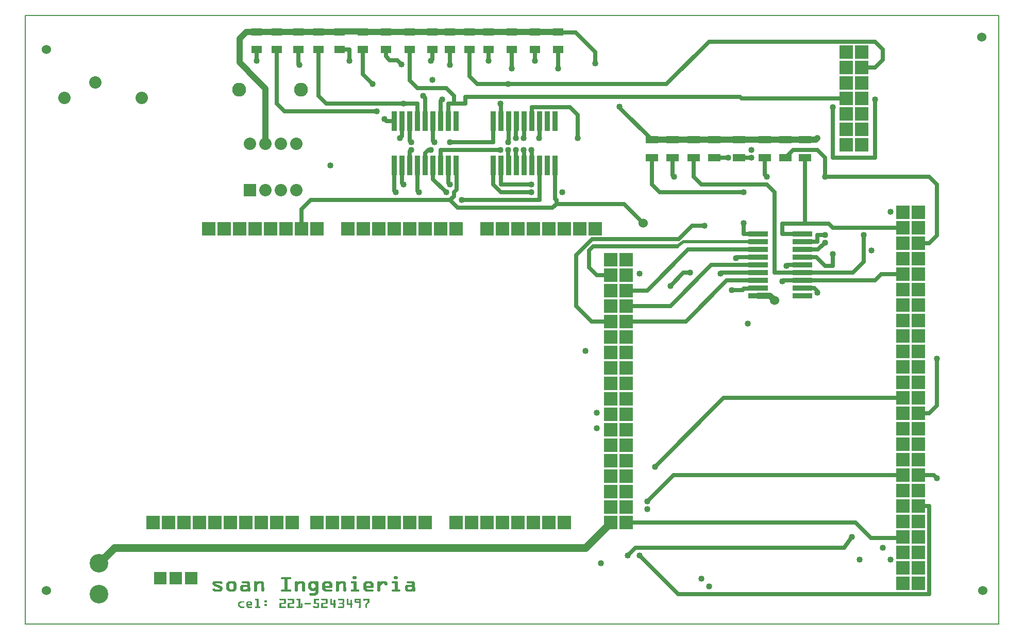
<source format=gbr>
G04 PROTEUS GERBER X2 FILE*
%TF.GenerationSoftware,Labcenter,Proteus,8.13-SP0-Build31525*%
%TF.CreationDate,2024-05-27T19:23:28+00:00*%
%TF.FileFunction,Copper,L1,Top*%
%TF.FilePolarity,Positive*%
%TF.Part,Single*%
%TF.SameCoordinates,{9f2e17e2-6f08-49dd-ae8b-9f6cb0eb8b28}*%
%FSLAX45Y45*%
%MOMM*%
G01*
%TA.AperFunction,Conductor*%
%ADD10C,0.635000*%
%ADD11C,1.016000*%
%ADD12C,1.270000*%
%ADD13C,0.508000*%
%TA.AperFunction,ViaPad*%
%ADD14C,1.016000*%
%ADD15C,1.524000*%
%TA.AperFunction,ComponentPad*%
%ADD16R,2.286000X2.286000*%
%TA.AperFunction,ComponentPad*%
%ADD17C,2.286000*%
%ADD18C,3.048000*%
%TA.AperFunction,ComponentPad*%
%ADD19R,2.032000X2.032000*%
%ADD70C,2.032000*%
%TA.AperFunction,OtherPad,Unknown*%
%ADD71C,1.524000*%
%TA.AperFunction,SMDPad,CuDef*%
%ADD20R,0.939800X3.251200*%
%TA.AperFunction,SMDPad,CuDef*%
%ADD21R,1.803400X1.143000*%
%TA.AperFunction,SMDPad,CuDef*%
%ADD22R,3.251200X0.939800*%
%TA.AperFunction,SMDPad,CuDef*%
%ADD23R,2.032000X1.270000*%
%TA.AperFunction,Profile*%
%ADD24C,0.203200*%
%TA.AperFunction,NonConductor*%
%ADD25C,0.063500*%
%TD.AperFunction*%
D10*
X+63500Y+2794000D02*
X+63500Y+2540748D01*
X+76200Y+2540748D01*
X+76201Y+2540748D01*
X-63500Y+2794000D02*
X-63500Y+2540748D01*
X-50800Y+2540748D01*
X-50799Y+2540748D01*
X+317500Y+2222500D02*
X-177799Y+2222500D01*
X-177800Y+2540748D01*
X-177799Y+2540748D01*
X+317500Y+2095500D02*
X-177799Y+2095500D01*
X-304799Y+2222500D01*
X-304800Y+2540748D01*
X-304799Y+2540748D01*
X-1016000Y+2222500D02*
X-1041400Y+2247900D01*
X-1041400Y+2540748D01*
X-190500Y+2794000D02*
X-1168400Y+2794000D01*
X-1168400Y+2540748D01*
X-1079500Y+2095500D02*
X-1295400Y+2311400D01*
X-1295400Y+2540748D01*
X-1333500Y+2794000D02*
X-1371600Y+2794000D01*
X-1422400Y+2743200D01*
X-1422400Y+2540748D01*
X-1651000Y+2794000D02*
X-1676400Y+2768600D01*
X-1676400Y+2540748D01*
X-1778000Y+2222500D02*
X-1803400Y+2247900D01*
X-1803400Y+2540748D01*
X-1905000Y+2095500D02*
X-1930400Y+2120900D01*
X-1930400Y+2540748D01*
X-2667000Y+4254500D02*
X-2667000Y+4441813D01*
X-2832100Y+4441813D01*
X-1460500Y+3683000D02*
X-1422400Y+3644900D01*
X-1422400Y+3264648D01*
X-1016000Y+2921000D02*
X-304800Y+2921000D01*
X-304800Y+3264648D01*
X-304800Y+3264647D01*
X-1333500Y+4254500D02*
X-1308100Y+4279900D01*
X-1308100Y+4441813D01*
X+2222500Y-2984500D02*
X+2654300Y-2552700D01*
X+6421120Y-2552700D01*
X+2095500Y-3873500D02*
X+2730500Y-4508500D01*
X+6858000Y-4508500D01*
X+6858000Y-3060700D01*
X+6675120Y-3060700D01*
X+6985000Y-2603500D02*
X+6934200Y-2552700D01*
X+6675120Y-2552700D01*
X+5969000Y+3619500D02*
X+5969000Y+2667000D01*
X+5270500Y+2667000D01*
X+5270500Y+3492500D01*
X-1143000Y+3619500D02*
X-1168400Y+3594100D01*
X-1168400Y+3264648D01*
X-2286000Y+3873500D02*
X-2451100Y+4038600D01*
X-2451100Y+4441813D01*
X-1270000Y+2921000D02*
X-1295400Y+2946400D01*
X-1295400Y+3264648D01*
X+6985000Y-635000D02*
X+6985000Y-1409699D01*
X+6858000Y-1536699D01*
X+6675120Y-1536700D01*
X+6675120Y-1536699D01*
X-190500Y+3556000D02*
X-177800Y+3543300D01*
X-177800Y+3264648D01*
X-177800Y+3264647D01*
X-1016000Y+4191000D02*
X-1016000Y+4441813D01*
X-63500Y+3873500D02*
X+2540000Y+3873500D01*
X+3238500Y+4572000D01*
X+5969000Y+4572000D01*
X+6096000Y+4445000D01*
X+6096000Y+4269740D01*
X+5969000Y+4142740D01*
X+5742940Y+4142740D01*
X-63500Y+3873500D02*
X-571500Y+3873500D01*
X-698500Y+4000500D01*
X-698500Y+4441813D01*
X-63500Y+2921000D02*
X-50800Y+2933700D01*
X-50800Y+3264648D01*
X-50800Y+3264647D01*
X-952500Y+3556000D02*
X-952500Y+3683000D01*
X-1079500Y+3810000D01*
X-1549400Y+3810000D01*
X-1676400Y+3937000D01*
X-1676400Y+4441813D01*
X-952500Y+3556000D02*
X-1041400Y+3556000D01*
X-1041400Y+3264648D01*
X-3454400Y+1498600D02*
X-3454400Y+1816100D01*
X-3302000Y+1968500D01*
X-1016000Y+1968500D01*
X+730251Y+1905000D02*
X+666751Y+1841500D01*
X-889000Y+1841500D01*
X-1016000Y+1968500D01*
X-952500Y+2032000D01*
X-952500Y+2095500D01*
X-908050Y+2139950D01*
X-908050Y+2540748D01*
X-914400Y+2540748D01*
X+730251Y+1905000D02*
X+730251Y+1968500D01*
X+711200Y+1987551D01*
X+711200Y+2540748D01*
X+711200Y+2540749D01*
X+730251Y+1905000D02*
X+1841500Y+1905000D01*
X+2159000Y+1587500D01*
D11*
X+4318000Y+317500D02*
X+4241800Y+393700D01*
X+4044950Y+393700D01*
D10*
X+63500Y+2984500D02*
X+63500Y+3162300D01*
X+76200Y+3175000D01*
X+76200Y+3264648D01*
X-381000Y+4254500D02*
X-381000Y+4441813D01*
X+2349500Y-2413000D02*
X+3479800Y-1282700D01*
X+6421120Y-1282700D01*
X-3492500Y+4191000D02*
X-3505200Y+4203700D01*
X-3505200Y+4441813D01*
X-1651000Y+2921000D02*
X-1676400Y+2946400D01*
X-1676400Y+3264648D01*
X-2095500Y+3302000D02*
X-2058148Y+3264648D01*
X-1930400Y+3264648D01*
X-4191000Y+4254500D02*
X-4191000Y+4441813D01*
X-1778000Y+3556000D02*
X-1549400Y+3556000D01*
X-1549400Y+3264648D01*
X-1778000Y+3556000D02*
X-3048000Y+3556000D01*
X-3175000Y+3683000D01*
X-3175000Y+4441813D01*
X-2222500Y+3429000D02*
X-3733800Y+3429000D01*
X-3860800Y+3556000D01*
X-3860800Y+4441813D01*
X-1841500Y+2984500D02*
X-1809751Y+3016249D01*
X-1809751Y+3264648D01*
X-1803400Y+3264648D01*
X+5016500Y+444500D02*
X+5016500Y+469900D01*
X+4965700Y+520700D01*
X+4768850Y+520700D01*
X+3810000Y+2095500D02*
X+2425700Y+2095500D01*
X+2298700Y+2222500D01*
X+2298700Y+2667000D01*
X+4044950Y+1155700D02*
X+2895600Y+1155700D01*
X+2222500Y+482600D01*
X+1879600Y+482600D01*
X+4191000Y+2349500D02*
X+4152900Y+2387600D01*
X+4152900Y+2667000D01*
X+5143500Y+1270000D02*
X+5029200Y+1155700D01*
X+4768850Y+1155700D01*
X+190500Y+2794000D02*
X+203200Y+2781300D01*
X+203200Y+2540748D01*
X+0Y+4127500D02*
X+0Y+4441813D01*
X+190500Y+2984500D02*
X+203200Y+2997200D01*
X+203200Y+3264648D01*
X+317500Y+2794000D02*
X+330200Y+2781300D01*
X+330200Y+2540748D01*
X+1079500Y+2984500D02*
X+1079500Y+3365500D01*
X+952500Y+3492500D01*
X+330199Y+3492500D01*
X+330200Y+3264648D01*
X+330199Y+3264648D01*
X+381000Y+4254500D02*
X+381000Y+4441813D01*
X-825500Y+1968500D02*
X+457200Y+1968500D01*
X+457200Y+2540748D01*
X+457200Y+2540749D01*
X+762000Y+4127500D02*
X+762000Y+4441813D01*
X+444500Y+2984500D02*
X+457199Y+2997199D01*
X+457200Y+3264648D01*
X+457199Y+3264648D01*
X+3810000Y+1587500D02*
X+3810000Y+1409700D01*
X+4044950Y+1409700D01*
X+4813300Y+1577340D02*
X+4445000Y+1577340D01*
X+4445000Y+1409700D01*
X+4768850Y+1409700D01*
X+4813300Y+1577340D02*
X+5207000Y+1577340D01*
X+5273040Y+1511300D01*
X+6421120Y+1511300D01*
X+4813300Y+1577340D02*
X+4813300Y+2667000D01*
X+4044950Y+647700D02*
X+3530600Y+647700D01*
X+2857500Y-25400D01*
X+1879600Y-25400D01*
X+4768850Y+647700D02*
X+5969000Y+647700D01*
X+6070600Y+749300D01*
X+6421120Y+749300D01*
X+2667000Y+2349500D02*
X+2641600Y+2374900D01*
X+2641600Y+2667000D01*
X+4768850Y+647700D02*
X+4457700Y+647700D01*
X+4445000Y+635000D01*
X+3429000Y+762000D02*
X+3441700Y+774700D01*
X+4044950Y+774700D01*
X+4768850Y+774700D02*
X+4318000Y+774700D01*
X+4318000Y+2095500D01*
X+4191000Y+2222500D01*
X+3111500Y+2222500D01*
X+2984500Y+2349500D01*
X+2984500Y+2667000D01*
X+4768850Y+774700D02*
X+5600700Y+774700D01*
X+5778500Y+952500D01*
X+5778500Y+1397000D01*
X+5143500Y+2349500D02*
X+6858000Y+2349500D01*
X+6985000Y+2222500D01*
X+6985000Y+1384300D01*
X+6858000Y+1257300D01*
X+6675120Y+1257300D01*
X+6675119Y+1257300D01*
X+5143500Y+1397000D02*
X+5016500Y+1397000D01*
X+5016500Y+1282700D01*
X+4768850Y+1282700D01*
X+5143500Y+2349500D02*
X+5143500Y+2667000D01*
X+5016500Y+2794000D01*
X+4622800Y+2794000D01*
X+4495800Y+2667000D01*
X+4044950Y+901700D02*
X+3276600Y+901700D01*
X+2603500Y+228600D01*
X+1879600Y+228600D01*
X+3556000Y+2667000D02*
X+3327400Y+2667000D01*
X+4508500Y+889000D02*
X+4521200Y+901700D01*
X+4768850Y+901700D01*
X+3683000Y+1016000D02*
X+3695700Y+1028700D01*
X+4044950Y+1028700D01*
X+5270500Y+1079500D02*
X+5270500Y+889000D01*
X+5143500Y+889000D01*
X+5003800Y+1028700D01*
X+4768850Y+1028700D01*
X+3937000Y+2667000D02*
X+3733800Y+2667000D01*
D11*
X+4813300Y+2957000D02*
X+4989000Y+2957000D01*
X+5016500Y+2984500D01*
X+4152900Y+2957000D02*
X+3733800Y+2957000D01*
X+3327400Y+2957000D01*
X-3860800Y+4731813D02*
X-3505200Y+4731813D01*
X+3327400Y+2957000D02*
X+2984500Y+2957000D01*
X+2641600Y+2957000D02*
X+2298700Y+2957000D01*
X+4495800Y+2957000D02*
X+4152900Y+2957000D01*
X+2984500Y+2957000D02*
X+2641600Y+2957000D01*
X-3175000Y+4731813D02*
X-2832100Y+4731813D01*
X-4191000Y+4731813D02*
X-3860800Y+4731813D01*
X-3505200Y+4731813D02*
X-3175000Y+4731813D01*
X+4813300Y+2957000D02*
X+4495800Y+2957000D01*
D12*
X+1625600Y-3327400D02*
X+1206500Y-3746500D01*
X-6527800Y-3746500D01*
X-6781800Y-4000500D01*
D13*
X+4044950Y+1282700D02*
X+2819400Y+1282700D01*
X+2717800Y+1206500D01*
D10*
X+1333500Y+1206500D01*
X+1270000Y+1143000D01*
X+1270000Y+863600D01*
X+1397000Y+736600D01*
X+1625600Y+736600D01*
X+5488940Y+3634740D02*
X+3775711Y+3634740D01*
X+3746500Y+3663951D01*
X-762000Y+3663951D01*
X-762000Y+3556000D01*
X-952500Y+3556000D01*
X+4044950Y+520700D02*
X+4034543Y+510293D01*
X+3807215Y+510293D01*
X+3787130Y+490208D01*
X+3615633Y+490208D01*
X+2603500Y+558800D02*
X+2817645Y+772945D01*
X+2929648Y+772945D01*
X+3162300Y+1549400D02*
X+2959100Y+1549400D01*
X+2735759Y+1326059D01*
X+1313359Y+1326059D01*
X+1054100Y+1066800D01*
X+1054100Y+228600D01*
X+1308100Y-25400D01*
X+1595027Y-25400D01*
D13*
X+1625600Y-25400D01*
D11*
X-4051300Y+2895600D02*
X-4051300Y+3800835D01*
X-4182792Y+3932327D01*
X-4476722Y+4226257D01*
X-4476722Y+4620012D01*
X-4364921Y+4731813D01*
X-4191000Y+4731813D01*
X-2832100Y+4731813D02*
X-2832100Y+4737100D01*
X-2456387Y+4737100D01*
X-2451100Y+4731813D01*
X-2070100Y+4731813D01*
X-1676400Y+4731813D02*
X-2070100Y+4731813D01*
X-1308100Y+4731813D02*
X-1630887Y+4731813D01*
X-1638300Y+4724400D01*
X-1676400Y+4731813D01*
X-1016000Y+4731813D02*
X-1308100Y+4731813D01*
X-698500Y+4731813D02*
X-381000Y+4731813D01*
X+0Y+4731813D02*
X-381000Y+4731813D01*
X+381000Y+4731813D02*
X+0Y+4731813D01*
X+762000Y+4731813D02*
X+381000Y+4731813D01*
X-1016000Y+4731813D02*
X-788670Y+4731813D01*
X-698500Y+4731813D01*
D10*
X+2298700Y+2957000D02*
X+1769316Y+3486384D01*
X+1769316Y+3504046D01*
X+1371600Y+4216400D02*
X+1371600Y+4398303D01*
X+1045503Y+4724400D01*
X+781973Y+4724400D01*
X+772415Y+4714842D01*
X+762000Y+4731813D01*
X-1813288Y+4194742D02*
X-1885746Y+4267200D01*
X-2006600Y+4267200D01*
X-2070100Y+4330700D01*
X-2070100Y+4441813D01*
X-1549400Y+2540748D02*
X-1549400Y+2120900D01*
X-1524000Y+2095500D01*
X+1905000Y-3873500D02*
X+2032000Y-3746500D01*
X+5461000Y-3746500D01*
X+5588000Y-3568700D01*
X+1879600Y-3327400D02*
X+5642901Y-3327400D01*
X+5897920Y-3582419D01*
X+6407401Y-3582419D01*
X+6421120Y-3568700D01*
D14*
X+63500Y+2794000D03*
X-63500Y+2794000D03*
X+317500Y+2222500D03*
X+317500Y+2095500D03*
X-1016000Y+2222500D03*
X-190500Y+2794000D03*
X-1079500Y+2095500D03*
X-1333500Y+2794000D03*
X-1651000Y+2794000D03*
X-1778000Y+2222500D03*
X-1905000Y+2095500D03*
X-2667000Y+4254500D03*
X-1460500Y+3683000D03*
X-1016000Y+2921000D03*
X+3238500Y-4381500D03*
X+2222500Y-3111500D03*
X+2222500Y-2984500D03*
X+2095500Y-3873500D03*
X+6985000Y-2603500D03*
X+3111500Y-4254500D03*
X+5270500Y+3492500D03*
X+5969000Y+3619500D03*
X-1143000Y+3619500D03*
X-2286000Y+3873500D03*
X-1270000Y+2921000D03*
X+3937000Y+2794000D03*
X+1206500Y-508000D03*
X+6096000Y-3746500D03*
X+1397000Y-1778000D03*
X+5715000Y-3937000D03*
X+1397000Y-1524000D03*
X+6985000Y-635000D03*
X+3873500Y-63500D03*
X-1016000Y+4191000D03*
X-190500Y+3556000D03*
X-63500Y+2921000D03*
X-63500Y+3873500D03*
D15*
X+2159000Y+1587500D03*
X+4318000Y+317500D03*
D14*
X+63500Y+2984500D03*
X-381000Y+4254500D03*
X+2349500Y-2413000D03*
X-3492500Y+4191000D03*
X-1651000Y+2921000D03*
X-2095500Y+3302000D03*
X-4191000Y+4254500D03*
X-1778000Y+3556000D03*
X-2222500Y+3429000D03*
X-1841500Y+2984500D03*
X+5016500Y+444500D03*
X+3810000Y+2095500D03*
X+4191000Y+2349500D03*
X+5143500Y+1270000D03*
X+190500Y+2794000D03*
X-2984500Y+2540000D03*
X+0Y+4127500D03*
X+190500Y+2984500D03*
X+317500Y+2794000D03*
X+1079500Y+2984500D03*
X+825500Y+2095500D03*
X+6223000Y+1778000D03*
X+381000Y+4254500D03*
X-825500Y+1968500D03*
X+762000Y+4127500D03*
X+444500Y+2984500D03*
X+3810000Y+1587500D03*
X+2095500Y+762000D03*
X+2667000Y+2349500D03*
X+4445000Y+635000D03*
X+3429000Y+762000D03*
X+5778500Y+1397000D03*
X+5143500Y+1397000D03*
X+5143500Y+2349500D03*
X+3556000Y+2667000D03*
X+4508500Y+889000D03*
X+3683000Y+1016000D03*
X+5905500Y+1143000D03*
X+3937000Y+2667000D03*
X+5270500Y+1079500D03*
X+5016500Y+2984500D03*
X+3615633Y+490208D03*
X+2603500Y+558800D03*
X+2929648Y+772945D03*
X+3162300Y+1549400D03*
X+1769316Y+3504046D03*
X+1371600Y+4216400D03*
X-1333500Y+4254500D03*
X-1303486Y+3944921D03*
X-1813288Y+4194742D03*
X-1524000Y+2095500D03*
X+1460500Y-4000500D03*
X+6223000Y-3937000D03*
X+1905000Y-3873500D03*
X+5588000Y-3568700D03*
D16*
X-4978400Y+1498600D03*
X-4724400Y+1498600D03*
X-4470400Y+1498600D03*
X-4216400Y+1498600D03*
X-3962400Y+1498600D03*
X-3708400Y+1498600D03*
X-3454400Y+1498600D03*
X-3200400Y+1498600D03*
X-2692400Y+1498600D03*
X-2438400Y+1498600D03*
X-2184400Y+1498600D03*
X-1930400Y+1498600D03*
X-1676400Y+1498600D03*
X-1422400Y+1498600D03*
X-1168400Y+1498600D03*
X-914400Y+1498600D03*
X-406400Y+1498600D03*
X-152400Y+1498600D03*
X+101600Y+1498600D03*
X+355600Y+1498600D03*
X+609600Y+1498600D03*
X+863600Y+1498600D03*
X+1117600Y+1498600D03*
X+1371600Y+1498600D03*
X+1625600Y+990600D03*
X+1625600Y+736600D03*
X+1625600Y+482600D03*
X+1625600Y+228600D03*
X+1625600Y-25400D03*
X+1625600Y-279400D03*
X+1625600Y-533400D03*
X+1625600Y-787400D03*
X+1625600Y-1041400D03*
X+1625600Y-1295400D03*
X+1625600Y-1549400D03*
X+1625600Y-1803400D03*
X+1625600Y-2057400D03*
X+1625600Y-2311400D03*
X+1625600Y-2565400D03*
X+1625600Y-2819400D03*
X+1625600Y-3073400D03*
X+1625600Y-3327400D03*
X+1879600Y+990600D03*
X+1879600Y+736600D03*
X+1879600Y+482600D03*
X+1879600Y+228600D03*
X+1879600Y-25400D03*
X+1879600Y-279400D03*
X+1879600Y-533400D03*
X+1879600Y-787400D03*
X+1879600Y-1041400D03*
X+1879600Y-1295400D03*
X+1879600Y-1549400D03*
X+1879600Y-1803400D03*
X+1879600Y-2057400D03*
X+1879600Y-2311400D03*
X+1879600Y-2565400D03*
X+1879600Y-2819400D03*
X+1879600Y-3073400D03*
X+1879600Y-3327400D03*
X+863600Y-3327400D03*
X+609600Y-3327400D03*
X+355600Y-3327400D03*
X+101600Y-3327400D03*
X-152400Y-3327400D03*
X-406400Y-3327400D03*
X-660400Y-3327400D03*
X-914400Y-3327400D03*
X-1422400Y-3327400D03*
X-1676400Y-3327400D03*
X-1930400Y-3327400D03*
X-2184400Y-3327400D03*
X-2438400Y-3327400D03*
X-2692400Y-3327400D03*
X-2946400Y-3327400D03*
X-3200400Y-3327400D03*
X-3606800Y-3327400D03*
X-3860800Y-3327400D03*
X-4114800Y-3327400D03*
X-4368800Y-3327400D03*
X-4622800Y-3327400D03*
X-4876800Y-3327400D03*
X-5130800Y-3327400D03*
X-5384800Y-3327400D03*
X-5638800Y-3327400D03*
X-5892800Y-3327400D03*
D17*
X-4483100Y+3784600D03*
X-3467100Y+3784600D03*
D16*
X+5488940Y+4396740D03*
X+5742940Y+4396740D03*
X+5488940Y+4142740D03*
X+5742940Y+4142740D03*
X+5488940Y+3888740D03*
X+5742940Y+3888740D03*
X+5488940Y+3634740D03*
X+5742940Y+3634740D03*
X+5488940Y+3380740D03*
X+5742940Y+3380740D03*
X+5488940Y+3126740D03*
X+5742940Y+3126740D03*
X+5488940Y+2872740D03*
X+5742940Y+2872740D03*
D18*
X-6781800Y-4000500D03*
X-6781800Y-4508500D03*
D19*
X-4305300Y+2133600D03*
D70*
X-4051300Y+2133600D03*
X-3797300Y+2133600D03*
X-3543300Y+2133600D03*
X-3543300Y+2895600D03*
X-3797300Y+2895600D03*
X-4051300Y+2895600D03*
X-4305300Y+2895600D03*
D16*
X+6421120Y-4330700D03*
X+6675120Y-4330700D03*
X+6421120Y-4076700D03*
X+6675120Y-4076700D03*
X+6421120Y-3822700D03*
X+6675120Y-3822700D03*
X+6421120Y-3568700D03*
X+6675120Y-3568700D03*
X+6421120Y-3314700D03*
X+6675120Y-3314700D03*
X+6421120Y-3060700D03*
X+6675120Y-3060700D03*
X+6421120Y-2806700D03*
X+6675120Y-2806700D03*
X+6421120Y-2552700D03*
X+6675120Y-2552700D03*
X+6421120Y-2298700D03*
X+6675120Y-2298700D03*
X+6421120Y-2044700D03*
X+6675120Y-2044700D03*
X+6421120Y-1790700D03*
X+6675120Y-1790700D03*
X+6421120Y-1536700D03*
X+6675120Y-1536700D03*
X+6421120Y-1282700D03*
X+6675120Y-1282700D03*
X+6421120Y-1028700D03*
X+6675120Y-1028700D03*
X+6421120Y-774700D03*
X+6675120Y-774700D03*
X+6421120Y-520700D03*
X+6675120Y-520700D03*
X+6421120Y-266700D03*
X+6675120Y-266700D03*
X+6421120Y-12700D03*
X+6675120Y-12700D03*
X+6421120Y+241300D03*
X+6675120Y+241300D03*
X+6421120Y+495300D03*
X+6675120Y+495300D03*
X+6421120Y+749300D03*
X+6675120Y+749300D03*
X+6421120Y+1003300D03*
X+6675120Y+1003300D03*
X+6421120Y+1257300D03*
X+6675120Y+1257300D03*
X+6421120Y+1511300D03*
X+6675120Y+1511300D03*
X+6421120Y+1765300D03*
X+6675120Y+1765300D03*
D71*
X-7645400Y-4445000D03*
X-7645400Y+4445000D03*
X+7721600Y+4648200D03*
X+7734300Y-4445000D03*
D70*
X-6083300Y+3644900D03*
X-7353300Y+3644900D03*
X-6845300Y+3898900D03*
D20*
X-1930400Y+2540748D03*
X-1803400Y+2540748D03*
X-1676400Y+2540748D03*
X-1549400Y+2540748D03*
X-1422400Y+2540748D03*
X-1295400Y+2540748D03*
X-1168400Y+2540748D03*
X-1041400Y+2540748D03*
X-914400Y+2540748D03*
X-914400Y+3264648D03*
X-1041400Y+3264648D03*
X-1168400Y+3264648D03*
X-1295400Y+3264648D03*
X-1422400Y+3264648D03*
X-1549400Y+3264648D03*
X-1676400Y+3264648D03*
X-1803400Y+3264648D03*
X-1930400Y+3264648D03*
D21*
X-4191000Y+4731813D03*
X-4191000Y+4441813D03*
X-3860800Y+4731813D03*
X-3860800Y+4441813D03*
X-3505200Y+4731813D03*
X-3505200Y+4441813D03*
X-3175000Y+4731813D03*
X-3175000Y+4441813D03*
X-2832100Y+4731813D03*
X-2832100Y+4441813D03*
X-2451100Y+4731813D03*
X-2451100Y+4441813D03*
X-2070100Y+4731813D03*
X-2070100Y+4441813D03*
X-1676400Y+4731813D03*
X-1676400Y+4441813D03*
D20*
X-304800Y+2540748D03*
X-177800Y+2540748D03*
X-50800Y+2540748D03*
X+76200Y+2540748D03*
X+203200Y+2540748D03*
X+330200Y+2540748D03*
X+457200Y+2540748D03*
X+584200Y+2540748D03*
X+711200Y+2540748D03*
X+711200Y+3264648D03*
X+584200Y+3264648D03*
X+457200Y+3264648D03*
X+330200Y+3264648D03*
X+203200Y+3264648D03*
X+76200Y+3264648D03*
X-50800Y+3264648D03*
X-177800Y+3264648D03*
X-304800Y+3264648D03*
D21*
X-1308100Y+4731813D03*
X-1308100Y+4441813D03*
X-1016000Y+4731813D03*
X-1016000Y+4441813D03*
X-698500Y+4731813D03*
X-698500Y+4441813D03*
X-381000Y+4731813D03*
X-381000Y+4441813D03*
X+0Y+4731813D03*
X+0Y+4441813D03*
X+381000Y+4731813D03*
X+381000Y+4441813D03*
X+762000Y+4731813D03*
X+762000Y+4441813D03*
D22*
X+4044950Y+1409700D03*
X+4044950Y+1282700D03*
X+4044950Y+1155700D03*
X+4044950Y+1028700D03*
X+4044950Y+901700D03*
X+4044950Y+774700D03*
X+4044950Y+647700D03*
X+4044950Y+520700D03*
X+4044950Y+393700D03*
X+4768850Y+393700D03*
X+4768850Y+520700D03*
X+4768850Y+647700D03*
X+4768850Y+774700D03*
X+4768850Y+901700D03*
X+4768850Y+1028700D03*
X+4768850Y+1155700D03*
X+4768850Y+1282700D03*
X+4768850Y+1409700D03*
D23*
X+4813300Y+2957000D03*
X+4813300Y+2667000D03*
X+4495800Y+2957000D03*
X+4495800Y+2667000D03*
X+4152900Y+2957000D03*
X+4152900Y+2667000D03*
X+3733800Y+2957000D03*
X+3733800Y+2667000D03*
X+3327400Y+2957000D03*
X+3327400Y+2667000D03*
X+2984500Y+2957000D03*
X+2984500Y+2667000D03*
X+2641600Y+2957000D03*
X+2641600Y+2667000D03*
X+2298700Y+2957000D03*
X+2298700Y+2667000D03*
D19*
X-5778500Y-4241800D03*
X-5524500Y-4241800D03*
X-5270500Y-4241800D03*
D24*
X-8000000Y-5000000D02*
X+8000000Y-5000000D01*
X+8000000Y+5000000D01*
X-8000000Y+5000000D01*
X-8000000Y-5000000D01*
D25*
X-3319160Y-4520840D02*
X-3232800Y-4520840D01*
X-3324240Y-4515760D02*
X-3222640Y-4515760D01*
X-3329320Y-4510680D02*
X-3212480Y-4510680D01*
X-3329320Y-4505600D02*
X-3207400Y-4505600D01*
X-3329320Y-4500520D02*
X-3202320Y-4500520D01*
X-3324240Y-4495440D02*
X-3197240Y-4495440D01*
X-3319160Y-4490360D02*
X-3192160Y-4490360D01*
X-3242960Y-4485280D02*
X-3192160Y-4485280D01*
X-3237880Y-4480200D02*
X-3187080Y-4480200D01*
X-3232800Y-4475120D02*
X-3187080Y-4475120D01*
X-3227720Y-4470040D02*
X-3187080Y-4470040D01*
X-3227720Y-4464960D02*
X-3187080Y-4464960D01*
X-4888880Y-4459880D02*
X-4797440Y-4459880D01*
X-4645040Y-4459880D02*
X-4579000Y-4459880D01*
X-4431680Y-4459880D02*
X-4360560Y-4459880D01*
X-4335160Y-4459880D02*
X-4314840Y-4459880D01*
X-4228480Y-4459880D02*
X-4208160Y-4459880D01*
X-4106560Y-4459880D02*
X-4086240Y-4459880D01*
X-3786520Y-4459880D02*
X-3644280Y-4459880D01*
X-3557920Y-4459880D02*
X-3537600Y-4459880D01*
X-3436000Y-4459880D02*
X-3415680Y-4459880D01*
X-3227720Y-4459880D02*
X-3187080Y-4459880D01*
X-3070240Y-4459880D02*
X-2968640Y-4459880D01*
X-2882280Y-4459880D02*
X-2861960Y-4459880D01*
X-2760360Y-4459880D02*
X-2740040Y-4459880D01*
X-2638440Y-4459880D02*
X-2526680Y-4459880D01*
X-2394600Y-4459880D02*
X-2293000Y-4459880D01*
X-2201560Y-4459880D02*
X-2181240Y-4459880D01*
X-1962800Y-4459880D02*
X-1851040Y-4459880D01*
X-1724040Y-4459880D02*
X-1652920Y-4459880D01*
X-1627520Y-4459880D02*
X-1607200Y-4459880D01*
X-4899040Y-4454800D02*
X-4787280Y-4454800D01*
X-4655200Y-4454800D02*
X-4568840Y-4454800D01*
X-4441840Y-4454800D02*
X-4355480Y-4454800D01*
X-4340240Y-4454800D02*
X-4309760Y-4454800D01*
X-4233560Y-4454800D02*
X-4203080Y-4454800D01*
X-4111640Y-4454800D02*
X-4081160Y-4454800D01*
X-3791600Y-4454800D02*
X-3639200Y-4454800D01*
X-3563000Y-4454800D02*
X-3532520Y-4454800D01*
X-3441080Y-4454800D02*
X-3410600Y-4454800D01*
X-3227720Y-4454800D02*
X-3187080Y-4454800D01*
X-3080400Y-4454800D02*
X-2963560Y-4454800D01*
X-2887360Y-4454800D02*
X-2856880Y-4454800D01*
X-2765440Y-4454800D02*
X-2734960Y-4454800D01*
X-2643520Y-4454800D02*
X-2521600Y-4454800D01*
X-2404760Y-4454800D02*
X-2287920Y-4454800D01*
X-2206640Y-4454800D02*
X-2176160Y-4454800D01*
X-1967880Y-4454800D02*
X-1845960Y-4454800D01*
X-1734200Y-4454800D02*
X-1647840Y-4454800D01*
X-1632600Y-4454800D02*
X-1602120Y-4454800D01*
X-4904120Y-4449720D02*
X-4777120Y-4449720D01*
X-4665360Y-4449720D02*
X-4558680Y-4449720D01*
X-4452000Y-4449720D02*
X-4350400Y-4449720D01*
X-4345320Y-4449720D02*
X-4304680Y-4449720D01*
X-4238640Y-4449720D02*
X-4198000Y-4449720D01*
X-4116720Y-4449720D02*
X-4076080Y-4449720D01*
X-3796680Y-4449720D02*
X-3634120Y-4449720D01*
X-3568080Y-4449720D02*
X-3527440Y-4449720D01*
X-3446160Y-4449720D02*
X-3405520Y-4449720D01*
X-3227720Y-4449720D02*
X-3187080Y-4449720D01*
X-3090560Y-4449720D02*
X-2958480Y-4449720D01*
X-2892440Y-4449720D02*
X-2851800Y-4449720D01*
X-2770520Y-4449720D02*
X-2729880Y-4449720D01*
X-2648600Y-4449720D02*
X-2516520Y-4449720D01*
X-2414920Y-4449720D02*
X-2282840Y-4449720D01*
X-2211720Y-4449720D02*
X-2171080Y-4449720D01*
X-1972960Y-4449720D02*
X-1840880Y-4449720D01*
X-1744360Y-4449720D02*
X-1642760Y-4449720D01*
X-1637680Y-4449720D02*
X-1597040Y-4449720D01*
X-4909200Y-4444640D02*
X-4772040Y-4444640D01*
X-4670440Y-4444640D02*
X-4553600Y-4444640D01*
X-4457080Y-4444640D02*
X-4304680Y-4444640D01*
X-4238640Y-4444640D02*
X-4198000Y-4444640D01*
X-4116720Y-4444640D02*
X-4076080Y-4444640D01*
X-3796680Y-4444640D02*
X-3634120Y-4444640D01*
X-3568080Y-4444640D02*
X-3527440Y-4444640D01*
X-3446160Y-4444640D02*
X-3405520Y-4444640D01*
X-3298840Y-4444640D02*
X-3248040Y-4444640D01*
X-3227720Y-4444640D02*
X-3187080Y-4444640D01*
X-3095640Y-4444640D02*
X-2958480Y-4444640D01*
X-2892440Y-4444640D02*
X-2851800Y-4444640D01*
X-2770520Y-4444640D02*
X-2729880Y-4444640D01*
X-2648600Y-4444640D02*
X-2516520Y-4444640D01*
X-2420000Y-4444640D02*
X-2282840Y-4444640D01*
X-2211720Y-4444640D02*
X-2171080Y-4444640D01*
X-1972960Y-4444640D02*
X-1840880Y-4444640D01*
X-1749440Y-4444640D02*
X-1597040Y-4444640D01*
X-4914280Y-4439560D02*
X-4772040Y-4439560D01*
X-4675520Y-4439560D02*
X-4548520Y-4439560D01*
X-4457080Y-4439560D02*
X-4304680Y-4439560D01*
X-4238640Y-4439560D02*
X-4198000Y-4439560D01*
X-4116720Y-4439560D02*
X-4076080Y-4439560D01*
X-3796680Y-4439560D02*
X-3634120Y-4439560D01*
X-3568080Y-4439560D02*
X-3527440Y-4439560D01*
X-3446160Y-4439560D02*
X-3405520Y-4439560D01*
X-3314080Y-4439560D02*
X-3237880Y-4439560D01*
X-3227720Y-4439560D02*
X-3187080Y-4439560D01*
X-3100720Y-4439560D02*
X-2958480Y-4439560D01*
X-2892440Y-4439560D02*
X-2851800Y-4439560D01*
X-2770520Y-4439560D02*
X-2729880Y-4439560D01*
X-2648600Y-4439560D02*
X-2516520Y-4439560D01*
X-2425080Y-4439560D02*
X-2282840Y-4439560D01*
X-2211720Y-4439560D02*
X-2171080Y-4439560D01*
X-1972960Y-4439560D02*
X-1840880Y-4439560D01*
X-1749440Y-4439560D02*
X-1597040Y-4439560D01*
X-4919360Y-4434480D02*
X-4766960Y-4434480D01*
X-4680600Y-4434480D02*
X-4543440Y-4434480D01*
X-4462160Y-4434480D02*
X-4304680Y-4434480D01*
X-4238640Y-4434480D02*
X-4198000Y-4434480D01*
X-4116720Y-4434480D02*
X-4076080Y-4434480D01*
X-3791600Y-4434480D02*
X-3639200Y-4434480D01*
X-3568080Y-4434480D02*
X-3527440Y-4434480D01*
X-3446160Y-4434480D02*
X-3405520Y-4434480D01*
X-3319160Y-4434480D02*
X-3232800Y-4434480D01*
X-3227720Y-4434480D02*
X-3187080Y-4434480D01*
X-3105800Y-4434480D02*
X-2963560Y-4434480D01*
X-2892440Y-4434480D02*
X-2851800Y-4434480D01*
X-2770520Y-4434480D02*
X-2729880Y-4434480D01*
X-2643520Y-4434480D02*
X-2521600Y-4434480D01*
X-2430160Y-4434480D02*
X-2287920Y-4434480D01*
X-2211720Y-4434480D02*
X-2171080Y-4434480D01*
X-1967880Y-4434480D02*
X-1845960Y-4434480D01*
X-1754520Y-4434480D02*
X-1597040Y-4434480D01*
X-4919360Y-4429400D02*
X-4766960Y-4429400D01*
X-4685680Y-4429400D02*
X-4538360Y-4429400D01*
X-4462160Y-4429400D02*
X-4304680Y-4429400D01*
X-4238640Y-4429400D02*
X-4198000Y-4429400D01*
X-4116720Y-4429400D02*
X-4076080Y-4429400D01*
X-3786520Y-4429400D02*
X-3644280Y-4429400D01*
X-3568080Y-4429400D02*
X-3527440Y-4429400D01*
X-3446160Y-4429400D02*
X-3405520Y-4429400D01*
X-3324240Y-4429400D02*
X-3187080Y-4429400D01*
X-3110880Y-4429400D02*
X-2968640Y-4429400D01*
X-2892440Y-4429400D02*
X-2851800Y-4429400D01*
X-2770520Y-4429400D02*
X-2729880Y-4429400D01*
X-2638440Y-4429400D02*
X-2526680Y-4429400D01*
X-2435240Y-4429400D02*
X-2293000Y-4429400D01*
X-2211720Y-4429400D02*
X-2171080Y-4429400D01*
X-1962800Y-4429400D02*
X-1851040Y-4429400D01*
X-1754520Y-4429400D02*
X-1597040Y-4429400D01*
X-4919360Y-4424320D02*
X-4878720Y-4424320D01*
X-4807600Y-4424320D02*
X-4761880Y-4424320D01*
X-4685680Y-4424320D02*
X-4634880Y-4424320D01*
X-4589160Y-4424320D02*
X-4538360Y-4424320D01*
X-4467240Y-4424320D02*
X-4421520Y-4424320D01*
X-4370720Y-4424320D02*
X-4304680Y-4424320D01*
X-4238640Y-4424320D02*
X-4198000Y-4424320D01*
X-4116720Y-4424320D02*
X-4076080Y-4424320D01*
X-3735720Y-4424320D02*
X-3695080Y-4424320D01*
X-3568080Y-4424320D02*
X-3527440Y-4424320D01*
X-3446160Y-4424320D02*
X-3405520Y-4424320D01*
X-3329320Y-4424320D02*
X-3187080Y-4424320D01*
X-3110880Y-4424320D02*
X-3060080Y-4424320D01*
X-2892440Y-4424320D02*
X-2851800Y-4424320D01*
X-2770520Y-4424320D02*
X-2729880Y-4424320D01*
X-2602880Y-4424320D02*
X-2562240Y-4424320D01*
X-2435240Y-4424320D02*
X-2384440Y-4424320D01*
X-2211720Y-4424320D02*
X-2171080Y-4424320D01*
X-1927240Y-4424320D02*
X-1886600Y-4424320D01*
X-1759600Y-4424320D02*
X-1713880Y-4424320D01*
X-1663080Y-4424320D02*
X-1597040Y-4424320D01*
X-4914280Y-4419240D02*
X-4883800Y-4419240D01*
X-4802520Y-4419240D02*
X-4761880Y-4419240D01*
X-4690760Y-4419240D02*
X-4639960Y-4419240D01*
X-4584080Y-4419240D02*
X-4533280Y-4419240D01*
X-4467240Y-4419240D02*
X-4426600Y-4419240D01*
X-4360560Y-4419240D02*
X-4304680Y-4419240D01*
X-4238640Y-4419240D02*
X-4198000Y-4419240D01*
X-4116720Y-4419240D02*
X-4076080Y-4419240D01*
X-3735720Y-4419240D02*
X-3695080Y-4419240D01*
X-3568080Y-4419240D02*
X-3527440Y-4419240D01*
X-3446160Y-4419240D02*
X-3405520Y-4419240D01*
X-3334400Y-4419240D02*
X-3187080Y-4419240D01*
X-3115960Y-4419240D02*
X-3065160Y-4419240D01*
X-2892440Y-4419240D02*
X-2851800Y-4419240D01*
X-2770520Y-4419240D02*
X-2729880Y-4419240D01*
X-2602880Y-4419240D02*
X-2562240Y-4419240D01*
X-2440320Y-4419240D02*
X-2389520Y-4419240D01*
X-2211720Y-4419240D02*
X-2171080Y-4419240D01*
X-1927240Y-4419240D02*
X-1886600Y-4419240D01*
X-1759600Y-4419240D02*
X-1718960Y-4419240D01*
X-1652920Y-4419240D02*
X-1597040Y-4419240D01*
X-4909200Y-4414160D02*
X-4888880Y-4414160D01*
X-4802520Y-4414160D02*
X-4761880Y-4414160D01*
X-4690760Y-4414160D02*
X-4645040Y-4414160D01*
X-4579000Y-4414160D02*
X-4533280Y-4414160D01*
X-4467240Y-4414160D02*
X-4426600Y-4414160D01*
X-4350400Y-4414160D02*
X-4304680Y-4414160D01*
X-4238640Y-4414160D02*
X-4198000Y-4414160D01*
X-4116720Y-4414160D02*
X-4076080Y-4414160D01*
X-3735720Y-4414160D02*
X-3695080Y-4414160D01*
X-3568080Y-4414160D02*
X-3527440Y-4414160D01*
X-3446160Y-4414160D02*
X-3405520Y-4414160D01*
X-3339480Y-4414160D02*
X-3187080Y-4414160D01*
X-3115960Y-4414160D02*
X-3070240Y-4414160D01*
X-2892440Y-4414160D02*
X-2851800Y-4414160D01*
X-2770520Y-4414160D02*
X-2729880Y-4414160D01*
X-2602880Y-4414160D02*
X-2562240Y-4414160D01*
X-2440320Y-4414160D02*
X-2394600Y-4414160D01*
X-2211720Y-4414160D02*
X-2171080Y-4414160D01*
X-1927240Y-4414160D02*
X-1886600Y-4414160D01*
X-1759600Y-4414160D02*
X-1718960Y-4414160D01*
X-1642760Y-4414160D02*
X-1597040Y-4414160D01*
X-4802520Y-4409080D02*
X-4761880Y-4409080D01*
X-4690760Y-4409080D02*
X-4650120Y-4409080D01*
X-4573920Y-4409080D02*
X-4533280Y-4409080D01*
X-4467240Y-4409080D02*
X-4426600Y-4409080D01*
X-4345320Y-4409080D02*
X-4304680Y-4409080D01*
X-4238640Y-4409080D02*
X-4198000Y-4409080D01*
X-4116720Y-4409080D02*
X-4076080Y-4409080D01*
X-3735720Y-4409080D02*
X-3695080Y-4409080D01*
X-3568080Y-4409080D02*
X-3527440Y-4409080D01*
X-3446160Y-4409080D02*
X-3405520Y-4409080D01*
X-3339480Y-4409080D02*
X-3288680Y-4409080D01*
X-3258200Y-4409080D02*
X-3187080Y-4409080D01*
X-3115960Y-4409080D02*
X-3075320Y-4409080D01*
X-2892440Y-4409080D02*
X-2851800Y-4409080D01*
X-2770520Y-4409080D02*
X-2729880Y-4409080D01*
X-2602880Y-4409080D02*
X-2562240Y-4409080D01*
X-2440320Y-4409080D02*
X-2399680Y-4409080D01*
X-2211720Y-4409080D02*
X-2171080Y-4409080D01*
X-1927240Y-4409080D02*
X-1886600Y-4409080D01*
X-1759600Y-4409080D02*
X-1718960Y-4409080D01*
X-1637680Y-4409080D02*
X-1597040Y-4409080D01*
X-4802520Y-4404000D02*
X-4761880Y-4404000D01*
X-4690760Y-4404000D02*
X-4650120Y-4404000D01*
X-4573920Y-4404000D02*
X-4533280Y-4404000D01*
X-4467240Y-4404000D02*
X-4426600Y-4404000D01*
X-4345320Y-4404000D02*
X-4304680Y-4404000D01*
X-4238640Y-4404000D02*
X-4198000Y-4404000D01*
X-4116720Y-4404000D02*
X-4076080Y-4404000D01*
X-3735720Y-4404000D02*
X-3695080Y-4404000D01*
X-3568080Y-4404000D02*
X-3527440Y-4404000D01*
X-3446160Y-4404000D02*
X-3405520Y-4404000D01*
X-3344560Y-4404000D02*
X-3293760Y-4404000D01*
X-3253120Y-4404000D02*
X-3187080Y-4404000D01*
X-3115960Y-4404000D02*
X-3075320Y-4404000D01*
X-2892440Y-4404000D02*
X-2851800Y-4404000D01*
X-2770520Y-4404000D02*
X-2729880Y-4404000D01*
X-2602880Y-4404000D02*
X-2562240Y-4404000D01*
X-2440320Y-4404000D02*
X-2399680Y-4404000D01*
X-2211720Y-4404000D02*
X-2171080Y-4404000D01*
X-1927240Y-4404000D02*
X-1886600Y-4404000D01*
X-1759600Y-4404000D02*
X-1718960Y-4404000D01*
X-1637680Y-4404000D02*
X-1597040Y-4404000D01*
X-4812680Y-4398920D02*
X-4761880Y-4398920D01*
X-4690760Y-4398920D02*
X-4650120Y-4398920D01*
X-4573920Y-4398920D02*
X-4533280Y-4398920D01*
X-4467240Y-4398920D02*
X-4426600Y-4398920D01*
X-4345320Y-4398920D02*
X-4304680Y-4398920D01*
X-4238640Y-4398920D02*
X-4198000Y-4398920D01*
X-4116720Y-4398920D02*
X-4076080Y-4398920D01*
X-3735720Y-4398920D02*
X-3695080Y-4398920D01*
X-3568080Y-4398920D02*
X-3527440Y-4398920D01*
X-3446160Y-4398920D02*
X-3405520Y-4398920D01*
X-3344560Y-4398920D02*
X-3298840Y-4398920D01*
X-3248040Y-4398920D02*
X-3187080Y-4398920D01*
X-3115960Y-4398920D02*
X-2968640Y-4398920D01*
X-2892440Y-4398920D02*
X-2851800Y-4398920D01*
X-2770520Y-4398920D02*
X-2729880Y-4398920D01*
X-2602880Y-4398920D02*
X-2562240Y-4398920D01*
X-2440320Y-4398920D02*
X-2293000Y-4398920D01*
X-2211720Y-4398920D02*
X-2171080Y-4398920D01*
X-1927240Y-4398920D02*
X-1886600Y-4398920D01*
X-1759600Y-4398920D02*
X-1718960Y-4398920D01*
X-1637680Y-4398920D02*
X-1597040Y-4398920D01*
X-4827920Y-4393840D02*
X-4766960Y-4393840D01*
X-4690760Y-4393840D02*
X-4650120Y-4393840D01*
X-4573920Y-4393840D02*
X-4533280Y-4393840D01*
X-4467240Y-4393840D02*
X-4426600Y-4393840D01*
X-4350400Y-4393840D02*
X-4304680Y-4393840D01*
X-4238640Y-4393840D02*
X-4198000Y-4393840D01*
X-4116720Y-4393840D02*
X-4076080Y-4393840D01*
X-3735720Y-4393840D02*
X-3695080Y-4393840D01*
X-3568080Y-4393840D02*
X-3527440Y-4393840D01*
X-3446160Y-4393840D02*
X-3405520Y-4393840D01*
X-3344560Y-4393840D02*
X-3303920Y-4393840D01*
X-3237880Y-4393840D02*
X-3187080Y-4393840D01*
X-3115960Y-4393840D02*
X-2963560Y-4393840D01*
X-2892440Y-4393840D02*
X-2851800Y-4393840D01*
X-2770520Y-4393840D02*
X-2729880Y-4393840D01*
X-2602880Y-4393840D02*
X-2562240Y-4393840D01*
X-2440320Y-4393840D02*
X-2287920Y-4393840D01*
X-2211720Y-4393840D02*
X-2171080Y-4393840D01*
X-1927240Y-4393840D02*
X-1886600Y-4393840D01*
X-1759600Y-4393840D02*
X-1718960Y-4393840D01*
X-1642760Y-4393840D02*
X-1597040Y-4393840D01*
X-4838080Y-4388760D02*
X-4772040Y-4388760D01*
X-4690760Y-4388760D02*
X-4650120Y-4388760D01*
X-4573920Y-4388760D02*
X-4533280Y-4388760D01*
X-4467240Y-4388760D02*
X-4421520Y-4388760D01*
X-4350400Y-4388760D02*
X-4309760Y-4388760D01*
X-4238640Y-4388760D02*
X-4198000Y-4388760D01*
X-4121800Y-4388760D02*
X-4081160Y-4388760D01*
X-3735720Y-4388760D02*
X-3695080Y-4388760D01*
X-3568080Y-4388760D02*
X-3527440Y-4388760D01*
X-3451240Y-4388760D02*
X-3410600Y-4388760D01*
X-3344560Y-4388760D02*
X-3303920Y-4388760D01*
X-3232800Y-4388760D02*
X-3187080Y-4388760D01*
X-3115960Y-4388760D02*
X-2958480Y-4388760D01*
X-2892440Y-4388760D02*
X-2851800Y-4388760D01*
X-2775600Y-4388760D02*
X-2734960Y-4388760D01*
X-2602880Y-4388760D02*
X-2562240Y-4388760D01*
X-2440320Y-4388760D02*
X-2282840Y-4388760D01*
X-2211720Y-4388760D02*
X-2171080Y-4388760D01*
X-1927240Y-4388760D02*
X-1886600Y-4388760D01*
X-1759600Y-4388760D02*
X-1713880Y-4388760D01*
X-1642760Y-4388760D02*
X-1602120Y-4388760D01*
X-4853320Y-4383680D02*
X-4772040Y-4383680D01*
X-4690760Y-4383680D02*
X-4650120Y-4383680D01*
X-4573920Y-4383680D02*
X-4533280Y-4383680D01*
X-4467240Y-4383680D02*
X-4309760Y-4383680D01*
X-4238640Y-4383680D02*
X-4198000Y-4383680D01*
X-4121800Y-4383680D02*
X-4081160Y-4383680D01*
X-3735720Y-4383680D02*
X-3695080Y-4383680D01*
X-3568080Y-4383680D02*
X-3527440Y-4383680D01*
X-3451240Y-4383680D02*
X-3410600Y-4383680D01*
X-3344560Y-4383680D02*
X-3303920Y-4383680D01*
X-3227720Y-4383680D02*
X-3187080Y-4383680D01*
X-3115960Y-4383680D02*
X-2958480Y-4383680D01*
X-2892440Y-4383680D02*
X-2851800Y-4383680D01*
X-2775600Y-4383680D02*
X-2734960Y-4383680D01*
X-2602880Y-4383680D02*
X-2562240Y-4383680D01*
X-2440320Y-4383680D02*
X-2282840Y-4383680D01*
X-2211720Y-4383680D02*
X-2171080Y-4383680D01*
X-1927240Y-4383680D02*
X-1886600Y-4383680D01*
X-1759600Y-4383680D02*
X-1602120Y-4383680D01*
X-4863480Y-4378600D02*
X-4777120Y-4378600D01*
X-4690760Y-4378600D02*
X-4650120Y-4378600D01*
X-4573920Y-4378600D02*
X-4533280Y-4378600D01*
X-4462160Y-4378600D02*
X-4309760Y-4378600D01*
X-4238640Y-4378600D02*
X-4198000Y-4378600D01*
X-4121800Y-4378600D02*
X-4081160Y-4378600D01*
X-3735720Y-4378600D02*
X-3695080Y-4378600D01*
X-3568080Y-4378600D02*
X-3527440Y-4378600D01*
X-3451240Y-4378600D02*
X-3410600Y-4378600D01*
X-3344560Y-4378600D02*
X-3303920Y-4378600D01*
X-3227720Y-4378600D02*
X-3187080Y-4378600D01*
X-3115960Y-4378600D02*
X-2958480Y-4378600D01*
X-2892440Y-4378600D02*
X-2851800Y-4378600D01*
X-2775600Y-4378600D02*
X-2734960Y-4378600D01*
X-2602880Y-4378600D02*
X-2562240Y-4378600D01*
X-2440320Y-4378600D02*
X-2282840Y-4378600D01*
X-2211720Y-4378600D02*
X-2171080Y-4378600D01*
X-1927240Y-4378600D02*
X-1886600Y-4378600D01*
X-1754520Y-4378600D02*
X-1602120Y-4378600D01*
X-4878720Y-4373520D02*
X-4787280Y-4373520D01*
X-4690760Y-4373520D02*
X-4650120Y-4373520D01*
X-4573920Y-4373520D02*
X-4533280Y-4373520D01*
X-4462160Y-4373520D02*
X-4309760Y-4373520D01*
X-4238640Y-4373520D02*
X-4198000Y-4373520D01*
X-4121800Y-4373520D02*
X-4081160Y-4373520D01*
X-3735720Y-4373520D02*
X-3695080Y-4373520D01*
X-3568080Y-4373520D02*
X-3527440Y-4373520D01*
X-3451240Y-4373520D02*
X-3410600Y-4373520D01*
X-3344560Y-4373520D02*
X-3303920Y-4373520D01*
X-3227720Y-4373520D02*
X-3187080Y-4373520D01*
X-3115960Y-4373520D02*
X-2958480Y-4373520D01*
X-2892440Y-4373520D02*
X-2851800Y-4373520D01*
X-2775600Y-4373520D02*
X-2734960Y-4373520D01*
X-2602880Y-4373520D02*
X-2562240Y-4373520D01*
X-2440320Y-4373520D02*
X-2282840Y-4373520D01*
X-2211720Y-4373520D02*
X-2171080Y-4373520D01*
X-1927240Y-4373520D02*
X-1886600Y-4373520D01*
X-1754520Y-4373520D02*
X-1602120Y-4373520D01*
X-4888880Y-4368440D02*
X-4797440Y-4368440D01*
X-4690760Y-4368440D02*
X-4650120Y-4368440D01*
X-4573920Y-4368440D02*
X-4533280Y-4368440D01*
X-4457080Y-4368440D02*
X-4309760Y-4368440D01*
X-4238640Y-4368440D02*
X-4198000Y-4368440D01*
X-4121800Y-4368440D02*
X-4081160Y-4368440D01*
X-3735720Y-4368440D02*
X-3695080Y-4368440D01*
X-3568080Y-4368440D02*
X-3527440Y-4368440D01*
X-3451240Y-4368440D02*
X-3410600Y-4368440D01*
X-3344560Y-4368440D02*
X-3303920Y-4368440D01*
X-3227720Y-4368440D02*
X-3187080Y-4368440D01*
X-3115960Y-4368440D02*
X-2958480Y-4368440D01*
X-2892440Y-4368440D02*
X-2851800Y-4368440D01*
X-2775600Y-4368440D02*
X-2734960Y-4368440D01*
X-2602880Y-4368440D02*
X-2562240Y-4368440D01*
X-2440320Y-4368440D02*
X-2282840Y-4368440D01*
X-2211720Y-4368440D02*
X-2171080Y-4368440D01*
X-1927240Y-4368440D02*
X-1886600Y-4368440D01*
X-1749440Y-4368440D02*
X-1602120Y-4368440D01*
X-4899040Y-4363360D02*
X-4807600Y-4363360D01*
X-4690760Y-4363360D02*
X-4650120Y-4363360D01*
X-4573920Y-4363360D02*
X-4533280Y-4363360D01*
X-4452000Y-4363360D02*
X-4309760Y-4363360D01*
X-4238640Y-4363360D02*
X-4198000Y-4363360D01*
X-4121800Y-4363360D02*
X-4081160Y-4363360D01*
X-3735720Y-4363360D02*
X-3695080Y-4363360D01*
X-3568080Y-4363360D02*
X-3527440Y-4363360D01*
X-3451240Y-4363360D02*
X-3410600Y-4363360D01*
X-3344560Y-4363360D02*
X-3303920Y-4363360D01*
X-3227720Y-4363360D02*
X-3187080Y-4363360D01*
X-3115960Y-4363360D02*
X-3075320Y-4363360D01*
X-2999120Y-4363360D02*
X-2958480Y-4363360D01*
X-2892440Y-4363360D02*
X-2851800Y-4363360D01*
X-2775600Y-4363360D02*
X-2734960Y-4363360D01*
X-2602880Y-4363360D02*
X-2562240Y-4363360D01*
X-2440320Y-4363360D02*
X-2399680Y-4363360D01*
X-2323480Y-4363360D02*
X-2282840Y-4363360D01*
X-2211720Y-4363360D02*
X-2166000Y-4363360D01*
X-1927240Y-4363360D02*
X-1886600Y-4363360D01*
X-1744360Y-4363360D02*
X-1602120Y-4363360D01*
X-4904120Y-4358280D02*
X-4822840Y-4358280D01*
X-4690760Y-4358280D02*
X-4650120Y-4358280D01*
X-4573920Y-4358280D02*
X-4533280Y-4358280D01*
X-4446920Y-4358280D02*
X-4309760Y-4358280D01*
X-4238640Y-4358280D02*
X-4198000Y-4358280D01*
X-4121800Y-4358280D02*
X-4081160Y-4358280D01*
X-3735720Y-4358280D02*
X-3695080Y-4358280D01*
X-3568080Y-4358280D02*
X-3527440Y-4358280D01*
X-3451240Y-4358280D02*
X-3410600Y-4358280D01*
X-3344560Y-4358280D02*
X-3303920Y-4358280D01*
X-3227720Y-4358280D02*
X-3187080Y-4358280D01*
X-3115960Y-4358280D02*
X-3075320Y-4358280D01*
X-2999120Y-4358280D02*
X-2958480Y-4358280D01*
X-2892440Y-4358280D02*
X-2851800Y-4358280D01*
X-2775600Y-4358280D02*
X-2734960Y-4358280D01*
X-2602880Y-4358280D02*
X-2562240Y-4358280D01*
X-2440320Y-4358280D02*
X-2399680Y-4358280D01*
X-2323480Y-4358280D02*
X-2282840Y-4358280D01*
X-2211720Y-4358280D02*
X-2160920Y-4358280D01*
X-2084720Y-4358280D02*
X-2064400Y-4358280D01*
X-1927240Y-4358280D02*
X-1886600Y-4358280D01*
X-1739280Y-4358280D02*
X-1602120Y-4358280D01*
X-4909200Y-4353200D02*
X-4833000Y-4353200D01*
X-4690760Y-4353200D02*
X-4650120Y-4353200D01*
X-4573920Y-4353200D02*
X-4533280Y-4353200D01*
X-4436760Y-4353200D02*
X-4309760Y-4353200D01*
X-4238640Y-4353200D02*
X-4198000Y-4353200D01*
X-4121800Y-4353200D02*
X-4081160Y-4353200D01*
X-3735720Y-4353200D02*
X-3695080Y-4353200D01*
X-3568080Y-4353200D02*
X-3527440Y-4353200D01*
X-3451240Y-4353200D02*
X-3410600Y-4353200D01*
X-3344560Y-4353200D02*
X-3303920Y-4353200D01*
X-3227720Y-4353200D02*
X-3187080Y-4353200D01*
X-3115960Y-4353200D02*
X-3075320Y-4353200D01*
X-2999120Y-4353200D02*
X-2958480Y-4353200D01*
X-2892440Y-4353200D02*
X-2851800Y-4353200D01*
X-2775600Y-4353200D02*
X-2734960Y-4353200D01*
X-2602880Y-4353200D02*
X-2562240Y-4353200D01*
X-2440320Y-4353200D02*
X-2399680Y-4353200D01*
X-2323480Y-4353200D02*
X-2282840Y-4353200D01*
X-2211720Y-4353200D02*
X-2155840Y-4353200D01*
X-2089800Y-4353200D02*
X-2059320Y-4353200D01*
X-1927240Y-4353200D02*
X-1886600Y-4353200D01*
X-1729120Y-4353200D02*
X-1602120Y-4353200D01*
X-4914280Y-4348120D02*
X-4843160Y-4348120D01*
X-4690760Y-4348120D02*
X-4650120Y-4348120D01*
X-4573920Y-4348120D02*
X-4533280Y-4348120D01*
X-4350400Y-4348120D02*
X-4309760Y-4348120D01*
X-4238640Y-4348120D02*
X-4198000Y-4348120D01*
X-4121800Y-4348120D02*
X-4081160Y-4348120D01*
X-3735720Y-4348120D02*
X-3695080Y-4348120D01*
X-3568080Y-4348120D02*
X-3527440Y-4348120D01*
X-3451240Y-4348120D02*
X-3410600Y-4348120D01*
X-3344560Y-4348120D02*
X-3303920Y-4348120D01*
X-3232800Y-4348120D02*
X-3187080Y-4348120D01*
X-3115960Y-4348120D02*
X-3075320Y-4348120D01*
X-2999120Y-4348120D02*
X-2958480Y-4348120D01*
X-2892440Y-4348120D02*
X-2851800Y-4348120D01*
X-2775600Y-4348120D02*
X-2734960Y-4348120D01*
X-2602880Y-4348120D02*
X-2562240Y-4348120D01*
X-2440320Y-4348120D02*
X-2399680Y-4348120D01*
X-2323480Y-4348120D02*
X-2282840Y-4348120D01*
X-2211720Y-4348120D02*
X-2150760Y-4348120D01*
X-2094880Y-4348120D02*
X-2054240Y-4348120D01*
X-1927240Y-4348120D02*
X-1886600Y-4348120D01*
X-1642760Y-4348120D02*
X-1602120Y-4348120D01*
X-4914280Y-4343040D02*
X-4858400Y-4343040D01*
X-4690760Y-4343040D02*
X-4650120Y-4343040D01*
X-4573920Y-4343040D02*
X-4533280Y-4343040D01*
X-4350400Y-4343040D02*
X-4309760Y-4343040D01*
X-4238640Y-4343040D02*
X-4187840Y-4343040D01*
X-4121800Y-4343040D02*
X-4081160Y-4343040D01*
X-3735720Y-4343040D02*
X-3695080Y-4343040D01*
X-3568080Y-4343040D02*
X-3517280Y-4343040D01*
X-3451240Y-4343040D02*
X-3410600Y-4343040D01*
X-3344560Y-4343040D02*
X-3303920Y-4343040D01*
X-3237880Y-4343040D02*
X-3187080Y-4343040D01*
X-3115960Y-4343040D02*
X-3075320Y-4343040D01*
X-2999120Y-4343040D02*
X-2958480Y-4343040D01*
X-2892440Y-4343040D02*
X-2841640Y-4343040D01*
X-2775600Y-4343040D02*
X-2734960Y-4343040D01*
X-2602880Y-4343040D02*
X-2562240Y-4343040D01*
X-2440320Y-4343040D02*
X-2399680Y-4343040D01*
X-2323480Y-4343040D02*
X-2282840Y-4343040D01*
X-2211720Y-4343040D02*
X-2145680Y-4343040D01*
X-2094880Y-4343040D02*
X-2054240Y-4343040D01*
X-1927240Y-4343040D02*
X-1886600Y-4343040D01*
X-1642760Y-4343040D02*
X-1602120Y-4343040D01*
X-4919360Y-4337960D02*
X-4868560Y-4337960D01*
X-4690760Y-4337960D02*
X-4650120Y-4337960D01*
X-4573920Y-4337960D02*
X-4533280Y-4337960D01*
X-4350400Y-4337960D02*
X-4309760Y-4337960D01*
X-4238640Y-4337960D02*
X-4177680Y-4337960D01*
X-4121800Y-4337960D02*
X-4081160Y-4337960D01*
X-3735720Y-4337960D02*
X-3695080Y-4337960D01*
X-3568080Y-4337960D02*
X-3507120Y-4337960D01*
X-3451240Y-4337960D02*
X-3410600Y-4337960D01*
X-3344560Y-4337960D02*
X-3303920Y-4337960D01*
X-3242960Y-4337960D02*
X-3187080Y-4337960D01*
X-3115960Y-4337960D02*
X-3075320Y-4337960D01*
X-2999120Y-4337960D02*
X-2958480Y-4337960D01*
X-2892440Y-4337960D02*
X-2831480Y-4337960D01*
X-2775600Y-4337960D02*
X-2734960Y-4337960D01*
X-2602880Y-4337960D02*
X-2562240Y-4337960D01*
X-2440320Y-4337960D02*
X-2399680Y-4337960D01*
X-2323480Y-4337960D02*
X-2282840Y-4337960D01*
X-2211720Y-4337960D02*
X-2140600Y-4337960D01*
X-2094880Y-4337960D02*
X-2054240Y-4337960D01*
X-1927240Y-4337960D02*
X-1886600Y-4337960D01*
X-1642760Y-4337960D02*
X-1602120Y-4337960D01*
X-4919360Y-4332880D02*
X-4878720Y-4332880D01*
X-4792360Y-4332880D02*
X-4772040Y-4332880D01*
X-4690760Y-4332880D02*
X-4639960Y-4332880D01*
X-4584080Y-4332880D02*
X-4533280Y-4332880D01*
X-4350400Y-4332880D02*
X-4309760Y-4332880D01*
X-4238640Y-4332880D02*
X-4167520Y-4332880D01*
X-4121800Y-4332880D02*
X-4081160Y-4332880D01*
X-3735720Y-4332880D02*
X-3695080Y-4332880D01*
X-3568080Y-4332880D02*
X-3496960Y-4332880D01*
X-3451240Y-4332880D02*
X-3410600Y-4332880D01*
X-3344560Y-4332880D02*
X-3298840Y-4332880D01*
X-3248040Y-4332880D02*
X-3187080Y-4332880D01*
X-3115960Y-4332880D02*
X-3070240Y-4332880D01*
X-3009280Y-4332880D02*
X-2958480Y-4332880D01*
X-2892440Y-4332880D02*
X-2821320Y-4332880D01*
X-2775600Y-4332880D02*
X-2734960Y-4332880D01*
X-2602880Y-4332880D02*
X-2562240Y-4332880D01*
X-2440320Y-4332880D02*
X-2394600Y-4332880D01*
X-2333640Y-4332880D02*
X-2282840Y-4332880D01*
X-2211720Y-4332880D02*
X-2135520Y-4332880D01*
X-2094880Y-4332880D02*
X-2054240Y-4332880D01*
X-1927240Y-4332880D02*
X-1886600Y-4332880D01*
X-1642760Y-4332880D02*
X-1602120Y-4332880D01*
X-4919360Y-4327800D02*
X-4878720Y-4327800D01*
X-4797440Y-4327800D02*
X-4766960Y-4327800D01*
X-4685680Y-4327800D02*
X-4634880Y-4327800D01*
X-4589160Y-4327800D02*
X-4538360Y-4327800D01*
X-4355480Y-4327800D02*
X-4309760Y-4327800D01*
X-4238640Y-4327800D02*
X-4157360Y-4327800D01*
X-4126880Y-4327800D02*
X-4081160Y-4327800D01*
X-3735720Y-4327800D02*
X-3695080Y-4327800D01*
X-3568080Y-4327800D02*
X-3486800Y-4327800D01*
X-3456320Y-4327800D02*
X-3410600Y-4327800D01*
X-3339480Y-4327800D02*
X-3288680Y-4327800D01*
X-3258200Y-4327800D02*
X-3187080Y-4327800D01*
X-3110880Y-4327800D02*
X-3060080Y-4327800D01*
X-3014360Y-4327800D02*
X-2963560Y-4327800D01*
X-2892440Y-4327800D02*
X-2811160Y-4327800D01*
X-2780680Y-4327800D02*
X-2734960Y-4327800D01*
X-2602880Y-4327800D02*
X-2562240Y-4327800D01*
X-2435240Y-4327800D02*
X-2384440Y-4327800D01*
X-2338720Y-4327800D02*
X-2287920Y-4327800D01*
X-2211720Y-4327800D02*
X-2130440Y-4327800D01*
X-2099960Y-4327800D02*
X-2054240Y-4327800D01*
X-1927240Y-4327800D02*
X-1886600Y-4327800D01*
X-1647840Y-4327800D02*
X-1602120Y-4327800D01*
X-4919360Y-4322720D02*
X-4761880Y-4322720D01*
X-4685680Y-4322720D02*
X-4538360Y-4322720D01*
X-4426600Y-4322720D02*
X-4309760Y-4322720D01*
X-4238640Y-4322720D02*
X-4081160Y-4322720D01*
X-3735720Y-4322720D02*
X-3695080Y-4322720D01*
X-3568080Y-4322720D02*
X-3410600Y-4322720D01*
X-3339480Y-4322720D02*
X-3187080Y-4322720D01*
X-3110880Y-4322720D02*
X-2963560Y-4322720D01*
X-2892440Y-4322720D02*
X-2734960Y-4322720D01*
X-2638440Y-4322720D02*
X-2562240Y-4322720D01*
X-2435240Y-4322720D02*
X-2287920Y-4322720D01*
X-2211720Y-4322720D02*
X-2054240Y-4322720D01*
X-1962800Y-4322720D02*
X-1886600Y-4322720D01*
X-1718960Y-4322720D02*
X-1602120Y-4322720D01*
X-4919360Y-4317640D02*
X-4761880Y-4317640D01*
X-4680600Y-4317640D02*
X-4543440Y-4317640D01*
X-4431680Y-4317640D02*
X-4314840Y-4317640D01*
X-4238640Y-4317640D02*
X-4086240Y-4317640D01*
X-3735720Y-4317640D02*
X-3695080Y-4317640D01*
X-3568080Y-4317640D02*
X-3415680Y-4317640D01*
X-3334400Y-4317640D02*
X-3187080Y-4317640D01*
X-3105800Y-4317640D02*
X-2968640Y-4317640D01*
X-2892440Y-4317640D02*
X-2740040Y-4317640D01*
X-2643520Y-4317640D02*
X-2562240Y-4317640D01*
X-2430160Y-4317640D02*
X-2293000Y-4317640D01*
X-2211720Y-4317640D02*
X-2059320Y-4317640D01*
X-1967880Y-4317640D02*
X-1886600Y-4317640D01*
X-1724040Y-4317640D02*
X-1607200Y-4317640D01*
X-4914280Y-4312560D02*
X-4761880Y-4312560D01*
X-4675520Y-4312560D02*
X-4543440Y-4312560D01*
X-4436760Y-4312560D02*
X-4314840Y-4312560D01*
X-4238640Y-4312560D02*
X-4086240Y-4312560D01*
X-3735720Y-4312560D02*
X-3695080Y-4312560D01*
X-3568080Y-4312560D02*
X-3415680Y-4312560D01*
X-3329320Y-4312560D02*
X-3187080Y-4312560D01*
X-3100720Y-4312560D02*
X-2973720Y-4312560D01*
X-2892440Y-4312560D02*
X-2740040Y-4312560D01*
X-2648600Y-4312560D02*
X-2562240Y-4312560D01*
X-2425080Y-4312560D02*
X-2298080Y-4312560D01*
X-2211720Y-4312560D02*
X-2171080Y-4312560D01*
X-2166000Y-4312560D02*
X-2059320Y-4312560D01*
X-1972960Y-4312560D02*
X-1886600Y-4312560D01*
X-1729120Y-4312560D02*
X-1607200Y-4312560D01*
X-4914280Y-4307480D02*
X-4766960Y-4307480D01*
X-4670440Y-4307480D02*
X-4548520Y-4307480D01*
X-4436760Y-4307480D02*
X-4319920Y-4307480D01*
X-4238640Y-4307480D02*
X-4198000Y-4307480D01*
X-4192920Y-4307480D02*
X-4091320Y-4307480D01*
X-3735720Y-4307480D02*
X-3695080Y-4307480D01*
X-3568080Y-4307480D02*
X-3527440Y-4307480D01*
X-3522360Y-4307480D02*
X-3420760Y-4307480D01*
X-3324240Y-4307480D02*
X-3187080Y-4307480D01*
X-3095640Y-4307480D02*
X-2978800Y-4307480D01*
X-2892440Y-4307480D02*
X-2851800Y-4307480D01*
X-2846720Y-4307480D02*
X-2745120Y-4307480D01*
X-2648600Y-4307480D02*
X-2562240Y-4307480D01*
X-2420000Y-4307480D02*
X-2303160Y-4307480D01*
X-2211720Y-4307480D02*
X-2171080Y-4307480D01*
X-2160920Y-4307480D02*
X-2064400Y-4307480D01*
X-1972960Y-4307480D02*
X-1886600Y-4307480D01*
X-1729120Y-4307480D02*
X-1612280Y-4307480D01*
X-4909200Y-4302400D02*
X-4772040Y-4302400D01*
X-4665360Y-4302400D02*
X-4553600Y-4302400D01*
X-4436760Y-4302400D02*
X-4325000Y-4302400D01*
X-4238640Y-4302400D02*
X-4198000Y-4302400D01*
X-4182760Y-4302400D02*
X-4096400Y-4302400D01*
X-3735720Y-4302400D02*
X-3695080Y-4302400D01*
X-3568080Y-4302400D02*
X-3527440Y-4302400D01*
X-3512200Y-4302400D02*
X-3425840Y-4302400D01*
X-3319160Y-4302400D02*
X-3187080Y-4302400D01*
X-3090560Y-4302400D02*
X-2983880Y-4302400D01*
X-2892440Y-4302400D02*
X-2851800Y-4302400D01*
X-2836560Y-4302400D02*
X-2750200Y-4302400D01*
X-2648600Y-4302400D02*
X-2562240Y-4302400D01*
X-2414920Y-4302400D02*
X-2308240Y-4302400D01*
X-2211720Y-4302400D02*
X-2171080Y-4302400D01*
X-2155840Y-4302400D02*
X-2069480Y-4302400D01*
X-1972960Y-4302400D02*
X-1886600Y-4302400D01*
X-1729120Y-4302400D02*
X-1617360Y-4302400D01*
X-4904120Y-4297320D02*
X-4777120Y-4297320D01*
X-4660280Y-4297320D02*
X-4558680Y-4297320D01*
X-4431680Y-4297320D02*
X-4330080Y-4297320D01*
X-4233560Y-4297320D02*
X-4203080Y-4297320D01*
X-4177680Y-4297320D02*
X-4101480Y-4297320D01*
X-3735720Y-4297320D02*
X-3695080Y-4297320D01*
X-3563000Y-4297320D02*
X-3532520Y-4297320D01*
X-3507120Y-4297320D02*
X-3430920Y-4297320D01*
X-3314080Y-4297320D02*
X-3232800Y-4297320D01*
X-3222640Y-4297320D02*
X-3192160Y-4297320D01*
X-3085480Y-4297320D02*
X-2988960Y-4297320D01*
X-2887360Y-4297320D02*
X-2856880Y-4297320D01*
X-2831480Y-4297320D02*
X-2755280Y-4297320D01*
X-2643520Y-4297320D02*
X-2567320Y-4297320D01*
X-2409840Y-4297320D02*
X-2313320Y-4297320D01*
X-2206640Y-4297320D02*
X-2176160Y-4297320D01*
X-2150760Y-4297320D02*
X-2074560Y-4297320D01*
X-1967880Y-4297320D02*
X-1891680Y-4297320D01*
X-1724040Y-4297320D02*
X-1622440Y-4297320D01*
X-4893960Y-4292240D02*
X-4787280Y-4292240D01*
X-4645040Y-4292240D02*
X-4568840Y-4292240D01*
X-4426600Y-4292240D02*
X-4340240Y-4292240D01*
X-4228480Y-4292240D02*
X-4208160Y-4292240D01*
X-4162440Y-4292240D02*
X-4111640Y-4292240D01*
X-3735720Y-4292240D02*
X-3695080Y-4292240D01*
X-3557920Y-4292240D02*
X-3537600Y-4292240D01*
X-3491880Y-4292240D02*
X-3441080Y-4292240D01*
X-3303920Y-4292240D02*
X-3248040Y-4292240D01*
X-3217560Y-4292240D02*
X-3197240Y-4292240D01*
X-3075320Y-4292240D02*
X-2999120Y-4292240D01*
X-2882280Y-4292240D02*
X-2861960Y-4292240D01*
X-2816240Y-4292240D02*
X-2765440Y-4292240D01*
X-2638440Y-4292240D02*
X-2572400Y-4292240D01*
X-2399680Y-4292240D02*
X-2323480Y-4292240D01*
X-2201560Y-4292240D02*
X-2181240Y-4292240D01*
X-2140600Y-4292240D02*
X-2084720Y-4292240D01*
X-1962800Y-4292240D02*
X-1896760Y-4292240D01*
X-1718960Y-4292240D02*
X-1632600Y-4292240D01*
X-3735720Y-4287160D02*
X-3695080Y-4287160D01*
X-3735720Y-4282080D02*
X-3695080Y-4282080D01*
X-3735720Y-4277000D02*
X-3695080Y-4277000D01*
X-3735720Y-4271920D02*
X-3695080Y-4271920D01*
X-3735720Y-4266840D02*
X-3695080Y-4266840D01*
X-3735720Y-4261760D02*
X-3695080Y-4261760D01*
X-3786520Y-4256680D02*
X-3644280Y-4256680D01*
X-2607960Y-4256680D02*
X-2572400Y-4256680D01*
X-1932320Y-4256680D02*
X-1896760Y-4256680D01*
X-3791600Y-4251600D02*
X-3639200Y-4251600D01*
X-2613040Y-4251600D02*
X-2567320Y-4251600D01*
X-1937400Y-4251600D02*
X-1891680Y-4251600D01*
X-3796680Y-4246520D02*
X-3634120Y-4246520D01*
X-2618120Y-4246520D02*
X-2562240Y-4246520D01*
X-1942480Y-4246520D02*
X-1886600Y-4246520D01*
X-3796680Y-4241440D02*
X-3634120Y-4241440D01*
X-2618120Y-4241440D02*
X-2562240Y-4241440D01*
X-1942480Y-4241440D02*
X-1886600Y-4241440D01*
X-3796680Y-4236360D02*
X-3634120Y-4236360D01*
X-2618120Y-4236360D02*
X-2562240Y-4236360D01*
X-1942480Y-4236360D02*
X-1886600Y-4236360D01*
X-3791600Y-4231280D02*
X-3639200Y-4231280D01*
X-2618120Y-4231280D02*
X-2562240Y-4231280D01*
X-1942480Y-4231280D02*
X-1886600Y-4231280D01*
X-3786520Y-4226200D02*
X-3644280Y-4226200D01*
X-2618120Y-4226200D02*
X-2562240Y-4226200D01*
X-1942480Y-4226200D02*
X-1886600Y-4226200D01*
X-2618120Y-4221120D02*
X-2562240Y-4221120D01*
X-1942480Y-4221120D02*
X-1886600Y-4221120D01*
X-2613040Y-4216040D02*
X-2567320Y-4216040D01*
X-1937400Y-4216040D02*
X-1891680Y-4216040D01*
X-2607960Y-4210960D02*
X-2572400Y-4210960D01*
X-1932320Y-4210960D02*
X-1896760Y-4210960D01*
X-4465320Y-4723130D02*
X-4409440Y-4723130D01*
X-4343400Y-4723130D02*
X-4282440Y-4723130D01*
X-4216400Y-4723130D02*
X-4145280Y-4723130D01*
X-3820160Y-4723130D02*
X-3728720Y-4723130D01*
X-3683000Y-4723130D02*
X-3591560Y-4723130D01*
X-3535680Y-4723130D02*
X-3454400Y-4723130D01*
X-3251200Y-4723130D02*
X-3185160Y-4723130D01*
X-3134360Y-4723130D02*
X-3042920Y-4723130D01*
X-2926080Y-4723130D02*
X-2915920Y-4723130D01*
X-2854960Y-4723130D02*
X-2773680Y-4723130D01*
X-2651760Y-4723130D02*
X-2641600Y-4723130D01*
X-2514600Y-4723130D02*
X-2494280Y-4723130D01*
X-2402840Y-4723130D02*
X-2392680Y-4723130D01*
X-4475480Y-4718050D02*
X-4404360Y-4718050D01*
X-4348480Y-4718050D02*
X-4277360Y-4718050D01*
X-4221480Y-4718050D02*
X-4140200Y-4718050D01*
X-3820160Y-4718050D02*
X-3723640Y-4718050D01*
X-3683000Y-4718050D02*
X-3586480Y-4718050D01*
X-3540760Y-4718050D02*
X-3449320Y-4718050D01*
X-3261360Y-4718050D02*
X-3180080Y-4718050D01*
X-3134360Y-4718050D02*
X-3037840Y-4718050D01*
X-2931160Y-4718050D02*
X-2910840Y-4718050D01*
X-2860040Y-4718050D02*
X-2768600Y-4718050D01*
X-2656840Y-4718050D02*
X-2636520Y-4718050D01*
X-2519680Y-4718050D02*
X-2489200Y-4718050D01*
X-2407920Y-4718050D02*
X-2387600Y-4718050D01*
X-4480560Y-4712970D02*
X-4404360Y-4712970D01*
X-4353560Y-4712970D02*
X-4277360Y-4712970D01*
X-4221480Y-4712970D02*
X-4140200Y-4712970D01*
X-3820160Y-4712970D02*
X-3723640Y-4712970D01*
X-3683000Y-4712970D02*
X-3586480Y-4712970D01*
X-3540760Y-4712970D02*
X-3449320Y-4712970D01*
X-3271520Y-4712970D02*
X-3175000Y-4712970D01*
X-3134360Y-4712970D02*
X-3037840Y-4712970D01*
X-2931160Y-4712970D02*
X-2910840Y-4712970D01*
X-2860040Y-4712970D02*
X-2763520Y-4712970D01*
X-2656840Y-4712970D02*
X-2636520Y-4712970D01*
X-2519680Y-4712970D02*
X-2489200Y-4712970D01*
X-2407920Y-4712970D02*
X-2387600Y-4712970D01*
X-4485640Y-4707890D02*
X-4409440Y-4707890D01*
X-4358640Y-4707890D02*
X-4282440Y-4707890D01*
X-4216400Y-4707890D02*
X-4145280Y-4707890D01*
X-3820160Y-4707890D02*
X-3728720Y-4707890D01*
X-3683000Y-4707890D02*
X-3591560Y-4707890D01*
X-3535680Y-4707890D02*
X-3449320Y-4707890D01*
X-3271520Y-4707890D02*
X-3175000Y-4707890D01*
X-3134360Y-4707890D02*
X-3042920Y-4707890D01*
X-2931160Y-4707890D02*
X-2910840Y-4707890D01*
X-2854960Y-4707890D02*
X-2763520Y-4707890D01*
X-2656840Y-4707890D02*
X-2636520Y-4707890D01*
X-2514600Y-4707890D02*
X-2489200Y-4707890D01*
X-2407920Y-4707890D02*
X-2387600Y-4707890D01*
X-4490720Y-4702810D02*
X-4460240Y-4702810D01*
X-4363720Y-4702810D02*
X-4333240Y-4702810D01*
X-4191000Y-4702810D02*
X-4170680Y-4702810D01*
X-3820160Y-4702810D02*
X-3799840Y-4702810D01*
X-3683000Y-4702810D02*
X-3662680Y-4702810D01*
X-3505200Y-4702810D02*
X-3484880Y-4702810D01*
X-3469640Y-4702810D02*
X-3449320Y-4702810D01*
X-3271520Y-4702810D02*
X-3246120Y-4702810D01*
X-3195320Y-4702810D02*
X-3175000Y-4702810D01*
X-3134360Y-4702810D02*
X-3114040Y-4702810D01*
X-2931160Y-4702810D02*
X-2910840Y-4702810D01*
X-2783840Y-4702810D02*
X-2763520Y-4702810D01*
X-2656840Y-4702810D02*
X-2636520Y-4702810D01*
X-2509520Y-4702810D02*
X-2489200Y-4702810D01*
X-2407920Y-4702810D02*
X-2387600Y-4702810D01*
X-4495800Y-4697730D02*
X-4465320Y-4697730D01*
X-4363720Y-4697730D02*
X-4338320Y-4697730D01*
X-4191000Y-4697730D02*
X-4170680Y-4697730D01*
X-3820160Y-4697730D02*
X-3799840Y-4697730D01*
X-3683000Y-4697730D02*
X-3662680Y-4697730D01*
X-3505200Y-4697730D02*
X-3484880Y-4697730D01*
X-3469640Y-4697730D02*
X-3449320Y-4697730D01*
X-3266440Y-4697730D02*
X-3256280Y-4697730D01*
X-3195320Y-4697730D02*
X-3175000Y-4697730D01*
X-3134360Y-4697730D02*
X-3114040Y-4697730D01*
X-2931160Y-4697730D02*
X-2910840Y-4697730D01*
X-2783840Y-4697730D02*
X-2763520Y-4697730D01*
X-2656840Y-4697730D02*
X-2636520Y-4697730D01*
X-2509520Y-4697730D02*
X-2489200Y-4697730D01*
X-2407920Y-4697730D02*
X-2387600Y-4697730D01*
X-4500880Y-4692650D02*
X-4475480Y-4692650D01*
X-4363720Y-4692650D02*
X-4343400Y-4692650D01*
X-4191000Y-4692650D02*
X-4170680Y-4692650D01*
X-4064000Y-4692650D02*
X-4033520Y-4692650D01*
X-3820160Y-4692650D02*
X-3799840Y-4692650D01*
X-3683000Y-4692650D02*
X-3662680Y-4692650D01*
X-3505200Y-4692650D02*
X-3484880Y-4692650D01*
X-3469640Y-4692650D02*
X-3449320Y-4692650D01*
X-3195320Y-4692650D02*
X-3175000Y-4692650D01*
X-3134360Y-4692650D02*
X-3114040Y-4692650D01*
X-2931160Y-4692650D02*
X-2910840Y-4692650D01*
X-2783840Y-4692650D02*
X-2763520Y-4692650D01*
X-2656840Y-4692650D02*
X-2636520Y-4692650D01*
X-2509520Y-4692650D02*
X-2489200Y-4692650D01*
X-2407920Y-4692650D02*
X-2387600Y-4692650D01*
X-4500880Y-4687570D02*
X-4480560Y-4687570D01*
X-4363720Y-4687570D02*
X-4343400Y-4687570D01*
X-4191000Y-4687570D02*
X-4170680Y-4687570D01*
X-4064000Y-4687570D02*
X-4033520Y-4687570D01*
X-3820160Y-4687570D02*
X-3799840Y-4687570D01*
X-3683000Y-4687570D02*
X-3662680Y-4687570D01*
X-3505200Y-4687570D02*
X-3484880Y-4687570D01*
X-3469640Y-4687570D02*
X-3449320Y-4687570D01*
X-3195320Y-4687570D02*
X-3175000Y-4687570D01*
X-3134360Y-4687570D02*
X-3114040Y-4687570D01*
X-2931160Y-4687570D02*
X-2910840Y-4687570D01*
X-2783840Y-4687570D02*
X-2763520Y-4687570D01*
X-2656840Y-4687570D02*
X-2636520Y-4687570D01*
X-2509520Y-4687570D02*
X-2489200Y-4687570D01*
X-2407920Y-4687570D02*
X-2387600Y-4687570D01*
X-4500880Y-4682490D02*
X-4480560Y-4682490D01*
X-4363720Y-4682490D02*
X-4277360Y-4682490D01*
X-4191000Y-4682490D02*
X-4170680Y-4682490D01*
X-4064000Y-4682490D02*
X-4033520Y-4682490D01*
X-3820160Y-4682490D02*
X-3799840Y-4682490D01*
X-3683000Y-4682490D02*
X-3662680Y-4682490D01*
X-3505200Y-4682490D02*
X-3484880Y-4682490D01*
X-3469640Y-4682490D02*
X-3449320Y-4682490D01*
X-3195320Y-4682490D02*
X-3175000Y-4682490D01*
X-3134360Y-4682490D02*
X-3114040Y-4682490D01*
X-2931160Y-4682490D02*
X-2910840Y-4682490D01*
X-2783840Y-4682490D02*
X-2763520Y-4682490D01*
X-2656840Y-4682490D02*
X-2636520Y-4682490D01*
X-2509520Y-4682490D02*
X-2489200Y-4682490D01*
X-2407920Y-4682490D02*
X-2387600Y-4682490D01*
X-4500880Y-4677410D02*
X-4480560Y-4677410D01*
X-4363720Y-4677410D02*
X-4277360Y-4677410D01*
X-4191000Y-4677410D02*
X-4170680Y-4677410D01*
X-4064000Y-4677410D02*
X-4033520Y-4677410D01*
X-3820160Y-4677410D02*
X-3799840Y-4677410D01*
X-3683000Y-4677410D02*
X-3662680Y-4677410D01*
X-3505200Y-4677410D02*
X-3484880Y-4677410D01*
X-3469640Y-4677410D02*
X-3449320Y-4677410D01*
X-3195320Y-4677410D02*
X-3175000Y-4677410D01*
X-3134360Y-4677410D02*
X-3114040Y-4677410D01*
X-2987040Y-4677410D02*
X-2905760Y-4677410D01*
X-2783840Y-4677410D02*
X-2763520Y-4677410D01*
X-2712720Y-4677410D02*
X-2631440Y-4677410D01*
X-2509520Y-4677410D02*
X-2489200Y-4677410D01*
X-2407920Y-4677410D02*
X-2387600Y-4677410D01*
X-4500880Y-4672330D02*
X-4480560Y-4672330D01*
X-4363720Y-4672330D02*
X-4277360Y-4672330D01*
X-4191000Y-4672330D02*
X-4170680Y-4672330D01*
X-4064000Y-4672330D02*
X-4033520Y-4672330D01*
X-3820160Y-4672330D02*
X-3799840Y-4672330D01*
X-3683000Y-4672330D02*
X-3662680Y-4672330D01*
X-3505200Y-4672330D02*
X-3484880Y-4672330D01*
X-3469640Y-4672330D02*
X-3449320Y-4672330D01*
X-3195320Y-4672330D02*
X-3175000Y-4672330D01*
X-3134360Y-4672330D02*
X-3114040Y-4672330D01*
X-2987040Y-4672330D02*
X-2900680Y-4672330D01*
X-2783840Y-4672330D02*
X-2763520Y-4672330D01*
X-2712720Y-4672330D02*
X-2626360Y-4672330D01*
X-2509520Y-4672330D02*
X-2489200Y-4672330D01*
X-2407920Y-4672330D02*
X-2387600Y-4672330D01*
X-4500880Y-4667250D02*
X-4480560Y-4667250D01*
X-4363720Y-4667250D02*
X-4277360Y-4667250D01*
X-4191000Y-4667250D02*
X-4170680Y-4667250D01*
X-4064000Y-4667250D02*
X-4033520Y-4667250D01*
X-3820160Y-4667250D02*
X-3799840Y-4667250D01*
X-3683000Y-4667250D02*
X-3662680Y-4667250D01*
X-3505200Y-4667250D02*
X-3484880Y-4667250D01*
X-3469640Y-4667250D02*
X-3449320Y-4667250D01*
X-3408680Y-4667250D02*
X-3312160Y-4667250D01*
X-3195320Y-4667250D02*
X-3175000Y-4667250D01*
X-3134360Y-4667250D02*
X-3114040Y-4667250D01*
X-2987040Y-4667250D02*
X-2900680Y-4667250D01*
X-2788920Y-4667250D02*
X-2763520Y-4667250D01*
X-2712720Y-4667250D02*
X-2626360Y-4667250D01*
X-2509520Y-4667250D02*
X-2489200Y-4667250D01*
X-2407920Y-4667250D02*
X-2382520Y-4667250D01*
X-4500880Y-4662170D02*
X-4480560Y-4662170D01*
X-4363720Y-4662170D02*
X-4343400Y-4662170D01*
X-4297680Y-4662170D02*
X-4277360Y-4662170D01*
X-4191000Y-4662170D02*
X-4170680Y-4662170D01*
X-3820160Y-4662170D02*
X-3733800Y-4662170D01*
X-3683000Y-4662170D02*
X-3596640Y-4662170D01*
X-3505200Y-4662170D02*
X-3484880Y-4662170D01*
X-3469640Y-4662170D02*
X-3449320Y-4662170D01*
X-3408680Y-4662170D02*
X-3312160Y-4662170D01*
X-3251200Y-4662170D02*
X-3175000Y-4662170D01*
X-3134360Y-4662170D02*
X-3048000Y-4662170D01*
X-2987040Y-4662170D02*
X-2905760Y-4662170D01*
X-2834640Y-4662170D02*
X-2768600Y-4662170D01*
X-2712720Y-4662170D02*
X-2631440Y-4662170D01*
X-2509520Y-4662170D02*
X-2489200Y-4662170D01*
X-2402840Y-4662170D02*
X-2377440Y-4662170D01*
X-4500880Y-4657090D02*
X-4480560Y-4657090D01*
X-4363720Y-4657090D02*
X-4343400Y-4657090D01*
X-4297680Y-4657090D02*
X-4277360Y-4657090D01*
X-4191000Y-4657090D02*
X-4170680Y-4657090D01*
X-3820160Y-4657090D02*
X-3728720Y-4657090D01*
X-3683000Y-4657090D02*
X-3591560Y-4657090D01*
X-3505200Y-4657090D02*
X-3484880Y-4657090D01*
X-3464560Y-4657090D02*
X-3454400Y-4657090D01*
X-3408680Y-4657090D02*
X-3312160Y-4657090D01*
X-3251200Y-4657090D02*
X-3175000Y-4657090D01*
X-3134360Y-4657090D02*
X-3042920Y-4657090D01*
X-2987040Y-4657090D02*
X-2966720Y-4657090D01*
X-2931160Y-4657090D02*
X-2910840Y-4657090D01*
X-2839720Y-4657090D02*
X-2768600Y-4657090D01*
X-2712720Y-4657090D02*
X-2692400Y-4657090D01*
X-2656840Y-4657090D02*
X-2636520Y-4657090D01*
X-2509520Y-4657090D02*
X-2489200Y-4657090D01*
X-2397760Y-4657090D02*
X-2372360Y-4657090D01*
X-4500880Y-4652010D02*
X-4475480Y-4652010D01*
X-4363720Y-4652010D02*
X-4343400Y-4652010D01*
X-4297680Y-4652010D02*
X-4277360Y-4652010D01*
X-4191000Y-4652010D02*
X-4170680Y-4652010D01*
X-3815080Y-4652010D02*
X-3723640Y-4652010D01*
X-3677920Y-4652010D02*
X-3586480Y-4652010D01*
X-3505200Y-4652010D02*
X-3484880Y-4652010D01*
X-3408680Y-4652010D02*
X-3312160Y-4652010D01*
X-3251200Y-4652010D02*
X-3180080Y-4652010D01*
X-3129280Y-4652010D02*
X-3037840Y-4652010D01*
X-2987040Y-4652010D02*
X-2966720Y-4652010D01*
X-2931160Y-4652010D02*
X-2910840Y-4652010D01*
X-2839720Y-4652010D02*
X-2768600Y-4652010D01*
X-2712720Y-4652010D02*
X-2692400Y-4652010D01*
X-2656840Y-4652010D02*
X-2636520Y-4652010D01*
X-2509520Y-4652010D02*
X-2489200Y-4652010D01*
X-2392680Y-4652010D02*
X-2367280Y-4652010D01*
X-4495800Y-4646930D02*
X-4465320Y-4646930D01*
X-4363720Y-4646930D02*
X-4343400Y-4646930D01*
X-4297680Y-4646930D02*
X-4277360Y-4646930D01*
X-4191000Y-4646930D02*
X-4170680Y-4646930D01*
X-3810000Y-4646930D02*
X-3723640Y-4646930D01*
X-3672840Y-4646930D02*
X-3586480Y-4646930D01*
X-3505200Y-4646930D02*
X-3484880Y-4646930D01*
X-3251200Y-4646930D02*
X-3185160Y-4646930D01*
X-3124200Y-4646930D02*
X-3037840Y-4646930D01*
X-2987040Y-4646930D02*
X-2966720Y-4646930D01*
X-2931160Y-4646930D02*
X-2910840Y-4646930D01*
X-2834640Y-4646930D02*
X-2768600Y-4646930D01*
X-2712720Y-4646930D02*
X-2692400Y-4646930D01*
X-2656840Y-4646930D02*
X-2636520Y-4646930D01*
X-2509520Y-4646930D02*
X-2489200Y-4646930D01*
X-2387600Y-4646930D02*
X-2362200Y-4646930D01*
X-4495800Y-4641850D02*
X-4460240Y-4641850D01*
X-4363720Y-4641850D02*
X-4338320Y-4641850D01*
X-4302760Y-4641850D02*
X-4277360Y-4641850D01*
X-4191000Y-4641850D02*
X-4170680Y-4641850D01*
X-3743960Y-4641850D02*
X-3723640Y-4641850D01*
X-3606800Y-4641850D02*
X-3586480Y-4641850D01*
X-3505200Y-4641850D02*
X-3484880Y-4641850D01*
X-3251200Y-4641850D02*
X-3230880Y-4641850D01*
X-3058160Y-4641850D02*
X-3037840Y-4641850D01*
X-2987040Y-4641850D02*
X-2966720Y-4641850D01*
X-2931160Y-4641850D02*
X-2910840Y-4641850D01*
X-2788920Y-4641850D02*
X-2763520Y-4641850D01*
X-2712720Y-4641850D02*
X-2692400Y-4641850D01*
X-2656840Y-4641850D02*
X-2636520Y-4641850D01*
X-2580640Y-4641850D02*
X-2489200Y-4641850D01*
X-2382520Y-4641850D02*
X-2352040Y-4641850D01*
X-4485640Y-4636770D02*
X-4409440Y-4636770D01*
X-4358640Y-4636770D02*
X-4282440Y-4636770D01*
X-4191000Y-4636770D02*
X-4170680Y-4636770D01*
X-3743960Y-4636770D02*
X-3723640Y-4636770D01*
X-3606800Y-4636770D02*
X-3586480Y-4636770D01*
X-3505200Y-4636770D02*
X-3484880Y-4636770D01*
X-3251200Y-4636770D02*
X-3230880Y-4636770D01*
X-3058160Y-4636770D02*
X-3037840Y-4636770D01*
X-2987040Y-4636770D02*
X-2966720Y-4636770D01*
X-2931160Y-4636770D02*
X-2910840Y-4636770D01*
X-2783840Y-4636770D02*
X-2763520Y-4636770D01*
X-2712720Y-4636770D02*
X-2692400Y-4636770D01*
X-2656840Y-4636770D02*
X-2636520Y-4636770D01*
X-2585720Y-4636770D02*
X-2489200Y-4636770D01*
X-2377440Y-4636770D02*
X-2352040Y-4636770D01*
X-4480560Y-4631690D02*
X-4404360Y-4631690D01*
X-4353560Y-4631690D02*
X-4287520Y-4631690D01*
X-4191000Y-4631690D02*
X-4170680Y-4631690D01*
X-4064000Y-4631690D02*
X-4033520Y-4631690D01*
X-3743960Y-4631690D02*
X-3723640Y-4631690D01*
X-3606800Y-4631690D02*
X-3586480Y-4631690D01*
X-3505200Y-4631690D02*
X-3484880Y-4631690D01*
X-3251200Y-4631690D02*
X-3230880Y-4631690D01*
X-3058160Y-4631690D02*
X-3037840Y-4631690D01*
X-2987040Y-4631690D02*
X-2966720Y-4631690D01*
X-2931160Y-4631690D02*
X-2910840Y-4631690D01*
X-2783840Y-4631690D02*
X-2763520Y-4631690D01*
X-2712720Y-4631690D02*
X-2692400Y-4631690D01*
X-2656840Y-4631690D02*
X-2636520Y-4631690D01*
X-2585720Y-4631690D02*
X-2489200Y-4631690D01*
X-2372360Y-4631690D02*
X-2352040Y-4631690D01*
X-4475480Y-4626610D02*
X-4404360Y-4626610D01*
X-4348480Y-4626610D02*
X-4292600Y-4626610D01*
X-4191000Y-4626610D02*
X-4170680Y-4626610D01*
X-4064000Y-4626610D02*
X-4033520Y-4626610D01*
X-3743960Y-4626610D02*
X-3723640Y-4626610D01*
X-3606800Y-4626610D02*
X-3586480Y-4626610D01*
X-3505200Y-4626610D02*
X-3484880Y-4626610D01*
X-3251200Y-4626610D02*
X-3230880Y-4626610D01*
X-3058160Y-4626610D02*
X-3037840Y-4626610D01*
X-2987040Y-4626610D02*
X-2966720Y-4626610D01*
X-2931160Y-4626610D02*
X-2910840Y-4626610D01*
X-2783840Y-4626610D02*
X-2763520Y-4626610D01*
X-2712720Y-4626610D02*
X-2692400Y-4626610D01*
X-2656840Y-4626610D02*
X-2636520Y-4626610D01*
X-2585720Y-4626610D02*
X-2489200Y-4626610D01*
X-2372360Y-4626610D02*
X-2352040Y-4626610D01*
X-4470400Y-4621530D02*
X-4409440Y-4621530D01*
X-4343400Y-4621530D02*
X-4297680Y-4621530D01*
X-4191000Y-4621530D02*
X-4170680Y-4621530D01*
X-4064000Y-4621530D02*
X-4033520Y-4621530D01*
X-3743960Y-4621530D02*
X-3723640Y-4621530D01*
X-3606800Y-4621530D02*
X-3586480Y-4621530D01*
X-3505200Y-4621530D02*
X-3484880Y-4621530D01*
X-3251200Y-4621530D02*
X-3230880Y-4621530D01*
X-3058160Y-4621530D02*
X-3037840Y-4621530D01*
X-2987040Y-4621530D02*
X-2966720Y-4621530D01*
X-2931160Y-4621530D02*
X-2910840Y-4621530D01*
X-2783840Y-4621530D02*
X-2763520Y-4621530D01*
X-2712720Y-4621530D02*
X-2692400Y-4621530D01*
X-2656840Y-4621530D02*
X-2636520Y-4621530D01*
X-2585720Y-4621530D02*
X-2565400Y-4621530D01*
X-2509520Y-4621530D02*
X-2489200Y-4621530D01*
X-2372360Y-4621530D02*
X-2352040Y-4621530D01*
X-4191000Y-4616450D02*
X-4170680Y-4616450D01*
X-4064000Y-4616450D02*
X-4033520Y-4616450D01*
X-3743960Y-4616450D02*
X-3723640Y-4616450D01*
X-3606800Y-4616450D02*
X-3586480Y-4616450D01*
X-3505200Y-4616450D02*
X-3484880Y-4616450D01*
X-3251200Y-4616450D02*
X-3230880Y-4616450D01*
X-3058160Y-4616450D02*
X-3037840Y-4616450D01*
X-2987040Y-4616450D02*
X-2966720Y-4616450D01*
X-2931160Y-4616450D02*
X-2910840Y-4616450D01*
X-2783840Y-4616450D02*
X-2763520Y-4616450D01*
X-2712720Y-4616450D02*
X-2692400Y-4616450D01*
X-2656840Y-4616450D02*
X-2636520Y-4616450D01*
X-2585720Y-4616450D02*
X-2565400Y-4616450D01*
X-2509520Y-4616450D02*
X-2489200Y-4616450D01*
X-2372360Y-4616450D02*
X-2352040Y-4616450D01*
X-4191000Y-4611370D02*
X-4170680Y-4611370D01*
X-4064000Y-4611370D02*
X-4033520Y-4611370D01*
X-3743960Y-4611370D02*
X-3723640Y-4611370D01*
X-3606800Y-4611370D02*
X-3586480Y-4611370D01*
X-3505200Y-4611370D02*
X-3484880Y-4611370D01*
X-3251200Y-4611370D02*
X-3230880Y-4611370D01*
X-3058160Y-4611370D02*
X-3037840Y-4611370D01*
X-2987040Y-4611370D02*
X-2966720Y-4611370D01*
X-2931160Y-4611370D02*
X-2910840Y-4611370D01*
X-2783840Y-4611370D02*
X-2763520Y-4611370D01*
X-2712720Y-4611370D02*
X-2692400Y-4611370D01*
X-2656840Y-4611370D02*
X-2636520Y-4611370D01*
X-2585720Y-4611370D02*
X-2565400Y-4611370D01*
X-2509520Y-4611370D02*
X-2489200Y-4611370D01*
X-2372360Y-4611370D02*
X-2352040Y-4611370D01*
X-4191000Y-4606290D02*
X-4170680Y-4606290D01*
X-4064000Y-4606290D02*
X-4033520Y-4606290D01*
X-3743960Y-4606290D02*
X-3723640Y-4606290D01*
X-3606800Y-4606290D02*
X-3586480Y-4606290D01*
X-3505200Y-4606290D02*
X-3484880Y-4606290D01*
X-3251200Y-4606290D02*
X-3230880Y-4606290D01*
X-3058160Y-4606290D02*
X-3037840Y-4606290D01*
X-2987040Y-4606290D02*
X-2966720Y-4606290D01*
X-2931160Y-4606290D02*
X-2910840Y-4606290D01*
X-2783840Y-4606290D02*
X-2763520Y-4606290D01*
X-2712720Y-4606290D02*
X-2692400Y-4606290D01*
X-2656840Y-4606290D02*
X-2636520Y-4606290D01*
X-2585720Y-4606290D02*
X-2565400Y-4606290D01*
X-2509520Y-4606290D02*
X-2489200Y-4606290D01*
X-2438400Y-4606290D02*
X-2428240Y-4606290D01*
X-2372360Y-4606290D02*
X-2352040Y-4606290D01*
X-4191000Y-4601210D02*
X-4170680Y-4601210D01*
X-3743960Y-4601210D02*
X-3723640Y-4601210D01*
X-3606800Y-4601210D02*
X-3586480Y-4601210D01*
X-3505200Y-4601210D02*
X-3484880Y-4601210D01*
X-3251200Y-4601210D02*
X-3230880Y-4601210D01*
X-3058160Y-4601210D02*
X-3037840Y-4601210D01*
X-2987040Y-4601210D02*
X-2966720Y-4601210D01*
X-2931160Y-4601210D02*
X-2910840Y-4601210D01*
X-2783840Y-4601210D02*
X-2763520Y-4601210D01*
X-2712720Y-4601210D02*
X-2692400Y-4601210D01*
X-2656840Y-4601210D02*
X-2636520Y-4601210D01*
X-2585720Y-4601210D02*
X-2565400Y-4601210D01*
X-2509520Y-4601210D02*
X-2489200Y-4601210D01*
X-2443480Y-4601210D02*
X-2423160Y-4601210D01*
X-2372360Y-4601210D02*
X-2352040Y-4601210D01*
X-4216400Y-4596130D02*
X-4170680Y-4596130D01*
X-3815080Y-4596130D02*
X-3723640Y-4596130D01*
X-3677920Y-4596130D02*
X-3586480Y-4596130D01*
X-3535680Y-4596130D02*
X-3484880Y-4596130D01*
X-3251200Y-4596130D02*
X-3180080Y-4596130D01*
X-3129280Y-4596130D02*
X-3037840Y-4596130D01*
X-2987040Y-4596130D02*
X-2966720Y-4596130D01*
X-2926080Y-4596130D02*
X-2915920Y-4596130D01*
X-2854960Y-4596130D02*
X-2763520Y-4596130D01*
X-2712720Y-4596130D02*
X-2692400Y-4596130D01*
X-2651760Y-4596130D02*
X-2641600Y-4596130D01*
X-2585720Y-4596130D02*
X-2489200Y-4596130D01*
X-2443480Y-4596130D02*
X-2352040Y-4596130D01*
X-4221480Y-4591050D02*
X-4170680Y-4591050D01*
X-3820160Y-4591050D02*
X-3723640Y-4591050D01*
X-3683000Y-4591050D02*
X-3586480Y-4591050D01*
X-3540760Y-4591050D02*
X-3484880Y-4591050D01*
X-3251200Y-4591050D02*
X-3175000Y-4591050D01*
X-3134360Y-4591050D02*
X-3037840Y-4591050D01*
X-2987040Y-4591050D02*
X-2966720Y-4591050D01*
X-2860040Y-4591050D02*
X-2763520Y-4591050D01*
X-2712720Y-4591050D02*
X-2692400Y-4591050D01*
X-2585720Y-4591050D02*
X-2489200Y-4591050D01*
X-2443480Y-4591050D02*
X-2352040Y-4591050D01*
X-4221480Y-4585970D02*
X-4170680Y-4585970D01*
X-3820160Y-4585970D02*
X-3728720Y-4585970D01*
X-3683000Y-4585970D02*
X-3591560Y-4585970D01*
X-3540760Y-4585970D02*
X-3484880Y-4585970D01*
X-3251200Y-4585970D02*
X-3175000Y-4585970D01*
X-3134360Y-4585970D02*
X-3042920Y-4585970D01*
X-2987040Y-4585970D02*
X-2966720Y-4585970D01*
X-2860040Y-4585970D02*
X-2768600Y-4585970D01*
X-2712720Y-4585970D02*
X-2692400Y-4585970D01*
X-2585720Y-4585970D02*
X-2489200Y-4585970D01*
X-2443480Y-4585970D02*
X-2352040Y-4585970D01*
X-4216400Y-4580890D02*
X-4175760Y-4580890D01*
X-3815080Y-4580890D02*
X-3733800Y-4580890D01*
X-3677920Y-4580890D02*
X-3596640Y-4580890D01*
X-3535680Y-4580890D02*
X-3484880Y-4580890D01*
X-3251200Y-4580890D02*
X-3180080Y-4580890D01*
X-3129280Y-4580890D02*
X-3048000Y-4580890D01*
X-2981960Y-4580890D02*
X-2971800Y-4580890D01*
X-2854960Y-4580890D02*
X-2773680Y-4580890D01*
X-2707640Y-4580890D02*
X-2697480Y-4580890D01*
X-2580640Y-4580890D02*
X-2494280Y-4580890D01*
X-2438400Y-4580890D02*
X-2352040Y-4580890D01*
M02*

</source>
